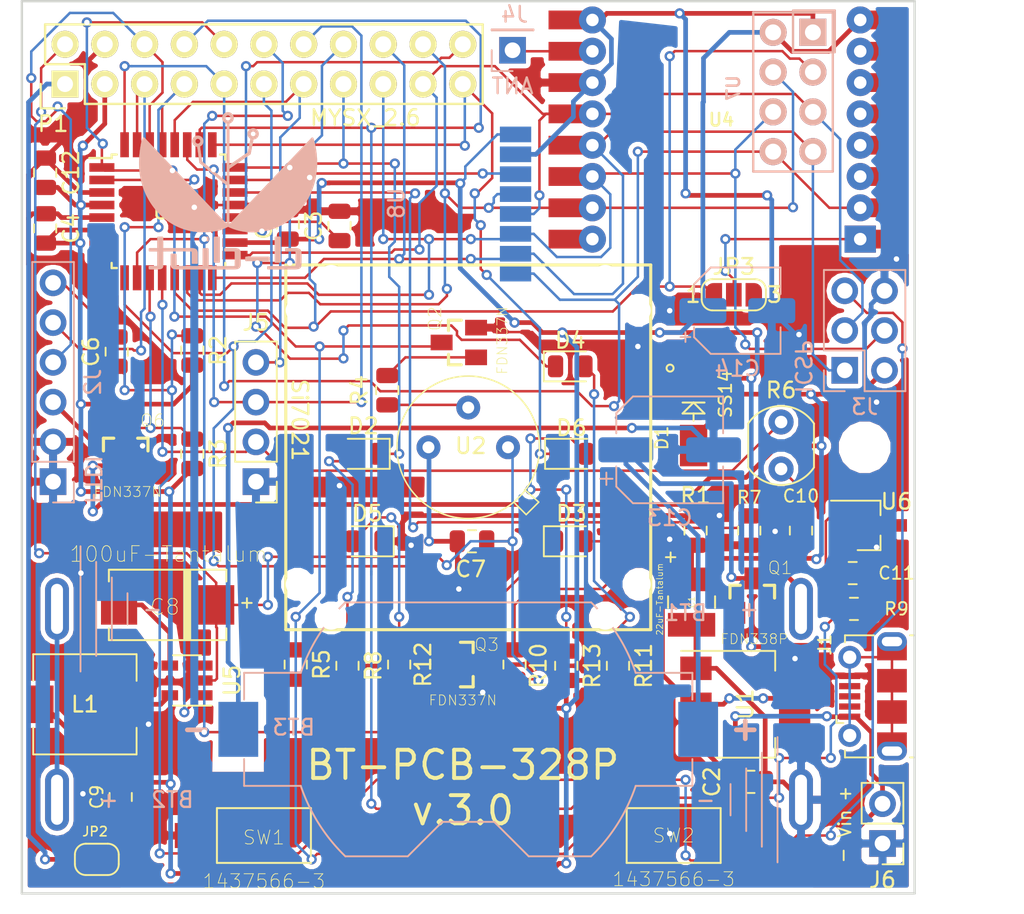
<source format=kicad_pcb>
(kicad_pcb (version 20171130) (host pcbnew 5.0.2-bee76a0~70~ubuntu18.04.1)
  (title_block (title "BT Pcb 328P") (date 2019-10-02) (rev 3.0) (company d-diot) (comment 1 "Author: Francesco Berghi") (comment 2 info@d-diot.com) (comment 3 https://www.d-diot.com))
  (layers (0 F.Cu signal) (31 B.Cu signal) (34 B.Paste user) (35 F.Paste user) (36 B.SilkS user) (37 F.SilkS user) (38 B.Mask user) (39 F.Mask user) (44 Edge.Cuts user))
  (net 0 "")
  (net 1 "Net-(JP3-Pad2)")
  (net 2 D2)
  (net 3 "Net-(U4-Pad3)")
  (net 4 "Net-(U4-Pad4)")
  (net 5 "Net-(U4-Pad5)")
  (net 6 "Net-(U4-Pad6)")
  (net 7 "Net-(U4-Pad7)")
  (net 8 VCC)
  (net 9 GND)
  (net 10 "Net-(J4-Pad1)")
  (net 11 SCK)
  (net 12 MISO)
  (net 13 MOSI)
  (net 14 NSS)
  (net 15 "Net-(U4-Pad16)")
  (net 16 A1)
  (net 17 A0)
  (net 18 A4-SDA)
  (net 19 A5-SCL)
  (net 20 D6)
  (net 21 D5)
  (net 22 D3)
  (net 23 Vraw)
  (net 24 +3.3V)
  (net 25 D1-TXD)
  (net 26 D0-RXD)
  (net 27 RESET)
  (net 28 A3)
  (net 29 A2)
  (net 30 A6)
  (net 31 "Net-(BT1-Pad1)")
  (net 32 "Net-(BT1-Pad2)")
  (net 33 "Net-(R4-Pad2)")
  (net 34 "Net-(D6-Pad2)")
  (net 35 "Net-(D5-Pad2)")
  (net 36 "Net-(D3-Pad2)")
  (net 37 D9)
  (net 38 "Net-(D2-Pad2)")
  (net 39 A7)
  (net 40 Ext-Pwr)
  (net 41 "Net-(C2-Pad1)")
  (net 42 "Net-(Q2-Pad1)")
  (net 43 "Net-(D4-Pad2)")
  (net 44 D4)
  (net 45 "Net-(U5-Pad3)")
  (net 46 "Net-(U3-Pad7)")
  (net 47 "Net-(U3-Pad8)")
  (net 48 D8)
  (net 49 "Net-(C3-Pad1)")
  (net 50 "Net-(J1-Pad6)")
  (net 51 "Net-(J1-Pad2)")
  (net 52 "Net-(J1-Pad4)")
  (net 53 "Net-(J1-Pad3)")
  (net 54 DTR)
  (net 55 "Net-(C1-Pad1)")
  (net 56 "Net-(L1-Pad2)")
  (net 57 "Net-(D3-Pad1)")
  (module mysensors_radios:NRF24L01-SMD (layer B.Cu) (at 149.86 94.234 270)
    (fp_text reference U8 (at 0 -1.1 270) (layer B.SilkS) (effects (justify mirror)))
    (fp_text value NRF24L01)
    (pad 2 smd rect (at -4.4 -8.7 270) (size 1 2) (layers B.Cu B.Paste B.Mask) (net 8 VCC))
    (pad 1 smd rect (at -3.13 -8.7 270) (size 1 2) (layers B.Cu B.Paste B.Mask) (net 9 GND))
    (pad 3 smd rect (at -1.86 -8.7 270) (size 1 2) (layers B.Cu B.Paste B.Mask) (net 37 D9))
    (pad 4 smd rect (at -0.59 -8.7 270) (size 1 2) (layers B.Cu B.Paste B.Mask) (net 14 NSS))
    (pad 5 smd rect (at 0.68 -8.7 270) (size 1 2) (layers B.Cu B.Paste B.Mask) (net 11 SCK))
    (pad 6 smd rect (at 1.95 -8.7 270) (size 1 2) (layers B.Cu B.Paste B.Mask) (net 13 MOSI))
    (pad 7 smd rect (at 3.22 -8.7 270) (size 1 2) (layers B.Cu B.Paste B.Mask) (net 12 MISO))
    (pad 8 smd rect (at 4.49 -8.7 270) (size 1 2) (layers B.Cu B.Paste B.Mask) (net 2 D2))
  )
  (module Capacitor_SMD:C_0805_2012Metric (layer F.Cu) (at 155.7805 115.824)
    (fp_text reference C7 (at -0.0785 1.778) (layer F.SilkS))
    (fp_text value 0.1uF)
    (pad 2 smd roundrect (at 0.9375 0) (size 0.975 1.4) (layers F.Cu F.Paste F.Mask) (net 24 +3.3V))
    (pad 1 smd roundrect (at -0.9375 0) (size 0.975 1.4) (layers F.Cu F.Paste F.Mask) (net 9 GND))
  )
  (module FDN337N:SSOT-3 (layer F.Cu) (at 155.194 123.698 270)
    (fp_text reference Q3 (at -1.27 -1.524) (layer F.SilkS) (effects (font (size 0.800307 0.800307) (thickness 0.05))))
    (fp_text value FDN337N (at 2.286 0) (layer F.SilkS) (effects (font (size 0.640925 0.640925) (thickness 0.05))))
    (pad 3 smd rect (at 0 -1.1 270) (size 1 1.4) (layers F.Cu F.Paste F.Mask) (net 57 "Net-(D3-Pad1)"))
    (pad 2 smd rect (at 0.95 1.1 270) (size 1 1.4) (layers F.Cu F.Paste F.Mask) (net 9 GND))
    (pad 1 smd rect (at -0.95 1.1 270) (size 1 1.4) (layers F.Cu F.Paste F.Mask) (net 21 D5))
  )
  (module as312:PIR-AS312-3PIN (layer F.Cu) (at 155.54 109.82 270)
    (fp_text reference U2 (at -0.092 -0.162 180) (layer F.SilkS))
    (fp_text value AS312)
    (pad 1 thru_hole circle (at 0 -2.54 270) (size 1.524 1.524) (drill 0.762) (layers *.Cu *.Mask) (net 24 +3.3V))
    (pad 2 thru_hole circle (at -2.54 0 270) (size 1.524 1.524) (drill 0.762) (layers *.Cu *.Mask) (net 33 "Net-(R4-Pad2)"))
    (pad 3 thru_hole circle (at 0 2.54 270) (size 1.524 1.524) (drill 0.762) (layers *.Cu *.Mask) (net 9 GND))
  )
  (module holes:MountingHole_1.5mm (layer F.Cu) (at 146.79 120.72)
    (fp_text reference REF** hide)
    (fp_text value MountingHole_1.5mm)
    (pad "" np_thru_hole circle (at 0 0) (size 1.5 1.5) (drill 1.5) (layers *.Cu *.Mask))
  )
  (module holes:MountingHole_1.5mm (layer F.Cu) (at 144.64 118.57)
    (fp_text reference REF** hide)
    (fp_text value MountingHole_1.5mm)
    (pad "" np_thru_hole circle (at 0 0) (size 1.5 1.5) (drill 1.5) (layers *.Cu *.Mask))
  )
  (module holes:MountingHole_1.5mm (layer F.Cu) (at 144.64 101.07)
    (fp_text reference REF** hide)
    (fp_text value MountingHole_1.5mm)
    (pad "" np_thru_hole circle (at 0 0) (size 1.5 1.5) (drill 1.5) (layers *.Cu *.Mask))
  )
  (module holes:MountingHole_1.5mm (layer F.Cu) (at 146.79 98.92)
    (fp_text reference REF** hide)
    (fp_text value MountingHole_1.5mm)
    (pad "" np_thru_hole circle (at 0 0) (size 1.5 1.5) (drill 1.5) (layers *.Cu *.Mask))
  )
  (module holes:MountingHole_1.5mm (layer F.Cu) (at 164.29 120.72)
    (fp_text reference REF** hide)
    (fp_text value MountingHole_1.5mm)
    (pad "" np_thru_hole circle (at 0 0) (size 1.5 1.5) (drill 1.5) (layers *.Cu *.Mask))
  )
  (module holes:MountingHole_1.5mm (layer F.Cu) (at 166.44 118.57)
    (fp_text reference REF** hide)
    (fp_text value MountingHole_1.5mm)
    (pad "" np_thru_hole circle (at 0 0) (size 1.5 1.5) (drill 1.5) (layers *.Cu *.Mask))
  )
  (module holes:MountingHole_1.5mm (layer F.Cu) (at 166.44 101.07)
    (fp_text reference REF** hide)
    (fp_text value MountingHole_1.5mm)
    (pad "" np_thru_hole circle (at 0 0) (size 1.5 1.5) (drill 1.5) (layers *.Cu *.Mask))
  )
  (module Capacitor_SMD:C_0805_2012Metric (layer F.Cu) (at 173.5605 131.191)
    (fp_text reference C2 (at -2.4615 0 90) (layer F.SilkS))
    (fp_text value 10uF)
    (pad 1 smd roundrect (at -0.9375 0) (size 0.975 1.4) (layers F.Cu F.Paste F.Mask) (net 41 "Net-(C2-Pad1)"))
    (pad 2 smd roundrect (at 0.9375 0) (size 0.975 1.4) (layers F.Cu F.Paste F.Mask) (net 9 GND))
  )
  (module mysensors_connectors:MYSX_2.6 (layer F.Cu) (at 129.794 86.614 90)
    (fp_text reference P1 (at -2.54 -0.762 180) (layer F.SilkS))
    (fp_text value MYSX_2.6 (at -2.159 19.177 180) (layer F.SilkS))
    (pad 20 thru_hole oval (at 2.54 22.86 90) (size 1.7272 1.7272) (drill 1.016) (layers *.Cu *.Mask F.SilkS) (net 14 NSS))
    (pad 19 thru_hole oval (at 0 22.86 90) (size 1.7272 1.7272) (drill 1.016) (layers *.Cu *.Mask F.SilkS) (net 11 SCK))
    (pad 18 thru_hole oval (at 2.54 20.32 90) (size 1.7272 1.7272) (drill 1.016) (layers *.Cu *.Mask F.SilkS) (net 12 MISO))
    (pad 17 thru_hole oval (at 0 20.32 90) (size 1.7272 1.7272) (drill 1.016) (layers *.Cu *.Mask F.SilkS) (net 13 MOSI))
    (pad 16 thru_hole oval (at 2.54 17.78 90) (size 1.7272 1.7272) (drill 1.016) (layers *.Cu *.Mask F.SilkS) (net 16 A1))
    (pad 15 thru_hole oval (at 0 17.78 90) (size 1.7272 1.7272) (drill 1.016) (layers *.Cu *.Mask F.SilkS) (net 17 A0))
    (pad 14 thru_hole oval (at 2.54 15.24 90) (size 1.7272 1.7272) (drill 1.016) (layers *.Cu *.Mask F.SilkS) (net 18 A4-SDA))
    (pad 13 thru_hole oval (at 0 15.24 90) (size 1.7272 1.7272) (drill 1.016) (layers *.Cu *.Mask F.SilkS) (net 19 A5-SCL))
    (pad 12 thru_hole oval (at 2.54 12.7 90) (size 1.7272 1.7272) (drill 1.016) (layers *.Cu *.Mask F.SilkS) (net 20 D6))
    (pad 11 thru_hole oval (at 0 12.7 90) (size 1.7272 1.7272) (drill 1.016) (layers *.Cu *.Mask F.SilkS) (net 21 D5))
    (pad 10 thru_hole oval (at 2.54 10.16 90) (size 1.7272 1.7272) (drill 1.016) (layers *.Cu *.Mask F.SilkS) (net 22 D3))
    (pad 9 thru_hole oval (at 0 10.16 90) (size 1.7272 1.7272) (drill 1.016) (layers *.Cu *.Mask F.SilkS) (net 2 D2))
    (pad 1 thru_hole rect (at 0 0 90) (size 1.7272 1.7272) (drill 1.016) (layers *.Cu *.Mask F.SilkS) (net 23 Vraw))
    (pad 2 thru_hole oval (at 2.54 0 90) (size 1.7272 1.7272) (drill 1.016) (layers *.Cu *.Mask F.SilkS) (net 24 +3.3V))
    (pad 3 thru_hole oval (at 0 2.54 90) (size 1.7272 1.7272) (drill 1.016) (layers *.Cu *.Mask F.SilkS) (net 8 VCC))
    (pad 4 thru_hole oval (at 2.54 2.54 90) (size 1.7272 1.7272) (drill 1.016) (layers *.Cu *.Mask F.SilkS) (net 9 GND))
    (pad 5 thru_hole oval (at 0 5.08 90) (size 1.7272 1.7272) (drill 1.016) (layers *.Cu *.Mask F.SilkS) (net 25 D1-TXD))
    (pad 6 thru_hole oval (at 2.54 5.08 90) (size 1.7272 1.7272) (drill 1.016) (layers *.Cu *.Mask F.SilkS) (net 26 D0-RXD))
    (pad 7 thru_hole oval (at 0 7.62 90) (size 1.7272 1.7272) (drill 1.016) (layers *.Cu *.Mask F.SilkS) (net 27 RESET))
    (pad 8 thru_hole oval (at 2.54 7.62 90) (size 1.7272 1.7272) (drill 1.016) (layers *.Cu *.Mask F.SilkS) (net 28 A3))
    (pad 21 thru_hole oval (at 0 25.4 90) (size 1.7272 1.7272) (drill 1.016) (layers *.Cu *.Mask F.SilkS) (net 29 A2))
    (pad 22 thru_hole oval (at 2.54 25.4 90) (size 1.7272 1.7272) (drill 1.016) (layers *.Cu *.Mask F.SilkS) (net 30 A6))
  )
  (module mysensors_radios:NRF24L01 (layer B.Cu) (at 179.07 81.788 90)
    (fp_text reference U7 (at -5.08 -6.604 270) (layer B.SilkS) (effects (font (size 0.8 0.8) (thickness 0.16)) (justify mirror)))
    (fp_text value NRF24L01 hide)
    (pad 7 thru_hole oval (at -9.144 -1.524 90) (size 1.7272 1.7272) (drill 1.016) (layers *.Cu *.Mask B.SilkS) (net 12 MISO))
    (pad 8 thru_hole oval (at -9.144 -4.064 90) (size 1.7272 1.7272) (drill 1.016) (layers *.Cu *.Mask B.SilkS) (net 2 D2))
    (pad 5 thru_hole oval (at -6.604 -1.524 90) (size 1.7272 1.7272) (drill 1.016) (layers *.Cu *.Mask B.SilkS) (net 11 SCK))
    (pad 6 thru_hole oval (at -6.604 -4.064 90) (size 1.7272 1.7272) (drill 1.016) (layers *.Cu *.Mask B.SilkS) (net 13 MOSI))
    (pad 3 thru_hole oval (at -4.064 -1.524 90) (size 1.7272 1.7272) (drill 1.016) (layers *.Cu *.Mask B.SilkS) (net 37 D9))
    (pad 4 thru_hole oval (at -4.064 -4.064 90) (size 1.7272 1.7272) (drill 1.016) (layers *.Cu *.Mask B.SilkS) (net 14 NSS))
    (pad 1 thru_hole rect (at -1.524 -1.524 90) (size 1.7272 1.7272) (drill 1.016) (layers *.Cu *.Mask B.SilkS) (net 9 GND))
    (pad 2 thru_hole oval (at -1.524 -4.064 90) (size 1.7272 1.7272) (drill 1.016) (layers *.Cu *.Mask B.SilkS) (net 8 VCC))
  )
  (module Capacitor_SMD:CP_Elec_5x5.4 (layer B.Cu) (at 172.72 101.092)
    (fp_text reference C14 (at 0 3.7) (layer B.SilkS) (effects (justify mirror)))
    (fp_text value 47uF)
    (pad 1 smd roundrect (at -2.2 0) (size 3 1.6) (layers B.Cu B.Paste B.Mask) (roundrect_rratio 0.15625) (net 8 VCC))
    (pad 2 smd roundrect (at 2.2 0) (size 3 1.6) (layers B.Cu B.Paste B.Mask) (roundrect_rratio 0.15625) (net 9 GND))
  )
  (module Capacitor_SMD:CP_Elec_6.3x5.4 (layer B.Cu) (at 168.402 109.982)
    (fp_text reference C13 (at 0 4.35) (layer B.SilkS) (effects (justify mirror)))
    (fp_text value 100uF)
    (pad 1 smd roundrect (at -2.8 0) (size 3.5 1.6) (layers B.Cu B.Paste B.Mask) (roundrect_rratio 0.15625) (net 31 "Net-(BT1-Pad1)"))
    (pad 2 smd roundrect (at 2.8 0) (size 3.5 1.6) (layers B.Cu B.Paste B.Mask) (roundrect_rratio 0.15625) (net 9 GND))
  )
  (module batteries:AAA-Keystone-5204-5226-NO-SILK (layer B.Cu) (at 176.784 120.142 180)
    (fp_text reference BT1 (at 7.366 -0.254) (layer B.SilkS) (effects (justify mirror)))
    (fp_text value "AAA Cell")
    (fp_text user + (at 3.302 0 180) (layer B.SilkS) (effects (justify mirror)))
    (fp_text user - (at 41.402 0 180) (layer B.SilkS) (effects (justify mirror)))
    (pad 1 thru_hole oval (at 0 0 180) (size 1.524 3.962) (drill oval 0.762 3.2) (layers *.Cu *.Mask) (net 31 "Net-(BT1-Pad1)"))
    (pad 2 thru_hole oval (at 47.5 0 180) (size 1.524 3.962) (drill oval 0.762 3.2) (layers *.Cu *.Mask) (net 32 "Net-(BT1-Pad2)"))
  )
  (module batteries:AAA-Keystone-5204-5226-NO-SILK (layer B.Cu) (at 129.286 132.334)
    (fp_text reference BT2 (at 7.366 0 -180) (layer B.SilkS) (effects (justify mirror)))
    (fp_text value "AAA Cell")
    (fp_text user - (at 41.402 0) (layer B.SilkS) (effects (justify mirror)))
    (fp_text user + (at 3.302 0) (layer B.SilkS) (effects (justify mirror)))
    (pad 2 thru_hole oval (at 47.5 0) (size 1.524 3.962) (drill oval 0.762 3.2) (layers *.Cu *.Mask) (net 9 GND))
    (pad 1 thru_hole oval (at 0 0) (size 1.524 3.962) (drill oval 0.762 3.2) (layers *.Cu *.Mask) (net 32 "Net-(BT1-Pad2)"))
  )
  (module Battery:BatteryHolder_Keystone_1058_1x2032 (layer B.Cu) (at 155.54 127.838 180)
    (fp_text reference BT3 (at 11.141 0.127 180) (layer B.SilkS) (effects (justify mirror)))
    (fp_text value CR2032)
    (pad 1 smd rect (at -14.68 0 180) (size 2.54 3.51) (layers B.Cu B.Paste B.Mask) (net 31 "Net-(BT1-Pad1)"))
    (pad 2 smd rect (at 14.68 0 180) (size 2.54 3.51) (layers B.Cu B.Paste B.Mask) (net 9 GND))
  )
  (module FDN337N:SSOT-3 (layer F.Cu) (at 133.67 109.898)
    (fp_text reference Q6 (at 1.712 -1.77868) (layer F.SilkS) (effects (font (size 0.800307 0.800307) (thickness 0.05))))
    (fp_text value FDN337N (at 0.127187 2.7726) (layer F.SilkS) (effects (font (size 0.640925 0.640925) (thickness 0.05))))
    (pad 3 smd rect (at 0 -1.1) (size 1 1.4) (layers F.Cu F.Paste F.Mask) (net 40 Ext-Pwr))
    (pad 2 smd rect (at 0.95 1.1) (size 1 1.4) (layers F.Cu F.Paste F.Mask) (net 9 GND))
    (pad 1 smd rect (at -0.95 1.1) (size 1 1.4) (layers F.Cu F.Paste F.Mask) (net 55 "Net-(C1-Pad1)"))
  )
  (module Resistor_SMD:R_0805_2012Metric (layer F.Cu) (at 137.922 110.236 270)
    (fp_text reference R3 (at 0 -1.65 270) (layer F.SilkS))
    (fp_text value 20K)
    (pad 1 smd roundrect (at -0.9375 0 270) (size 0.975 1.4) (layers F.Cu F.Paste F.Mask) (net 40 Ext-Pwr))
    (pad 2 smd roundrect (at 0.9375 0 270) (size 0.975 1.4) (layers F.Cu F.Paste F.Mask) (net 8 VCC))
  )
  (module Connector_PinHeader_2.54mm:PinHeader_1x02_P2.54mm_Vertical (layer F.Cu) (at 181.991 135.128 180)
    (fp_text reference J6 (at 0 -2.33 180) (layer F.SilkS))
    (fp_text value Vin)
    (pad 1 thru_hole rect (at 0 0 180) (size 1.7 1.7) (drill 1) (layers *.Cu *.Mask) (net 9 GND))
    (pad 2 thru_hole oval (at 0 2.54 180) (size 1.7 1.7) (drill 1) (layers *.Cu *.Mask) (net 41 "Net-(C2-Pad1)"))
  )
  (module Capacitor_SMD:C_0805_2012Metric (layer F.Cu) (at 128.524 92.2805 270)
    (fp_text reference C12 (at 0 -1.65 270) (layer F.SilkS))
    (fp_text value 0.1uF)
    (pad 1 smd roundrect (at -0.9375 0 270) (size 0.975 1.4) (layers F.Cu F.Paste F.Mask) (net 9 GND))
    (pad 2 smd roundrect (at 0.9375 0 270) (size 0.975 1.4) (layers F.Cu F.Paste F.Mask) (net 8 VCC))
  )
  (module diodes:SS14 (layer F.Cu) (at 169.926 107.56 90)
    (fp_text reference D1 (at -1.66 -2.032 90) (layer F.SilkS) (effects (font (size 0.8 0.8) (thickness 0.12))))
    (fp_text value SS14 (at 1.134 2.032 90) (layer F.SilkS) (effects (font (size 0.8 0.8) (thickness 0.12))))
    (pad 2 smd rect (at -2.15 0 90) (size 2.65 1.75) (layers F.Cu F.Paste F.Mask) (net 55 "Net-(C1-Pad1)"))
    (pad 1 smd rect (at 2.15 0 90) (size 2.65 1.75) (layers F.Cu F.Paste F.Mask) (net 8 VCC))
  )
  (module capacitors:TAJD107K016RNJV (layer F.Cu) (at 136.346 119.888 180)
    (fp_text reference C8 (at 0.179 -0.127 180) (layer F.SilkS) (effects (font (size 1.00054 1.00054) (thickness 0.05))))
    (fp_text value 100uF-Tantalum (at -0.052 3.24487 180) (layer F.SilkS) (effects (font (size 1.00089 1.00089) (thickness 0.05))))
    (pad 1 smd rect (at -3.1 0) (size 2.31 2.52) (layers F.Cu F.Paste F.Mask) (net 24 +3.3V))
    (pad 2 smd rect (at 3.1 0 180) (size 2.31 2.52) (layers F.Cu F.Paste F.Mask) (net 9 GND))
  )
  (module MountingHole:MountingHole_2.7mm_M2.5 (layer F.Cu) (at 180.848 109.82)
    (fp_text reference REF** hide)
    (fp_text value MountingHole_2.7mm_M2.5)
    (pad 1 np_thru_hole circle (at 0 0) (size 2.7 2.7) (drill 2.7) (layers *.Cu *.Mask))
  )
  (module 1437566-3:SW_1437566-3 (layer F.Cu) (at 142.494 134.62)
    (fp_text reference SW1 (at 0 0.127) (layer F.SilkS) (effects (font (size 0.888425 0.888425) (thickness 0.05))))
    (fp_text value 1437566-3 (at 0 2.921) (layer F.SilkS) (effects (font (size 0.887591 0.887591) (thickness 0.05))))
    (pad 2 smd rect (at 4.6 0 90) (size 1.6 2.18) (layers F.Cu F.Paste F.Mask) (net 27 RESET))
    (pad 1 smd rect (at -4.6 0 90) (size 1.6 2.18) (layers F.Cu F.Paste F.Mask) (net 9 GND))
  )
  (module 1437566-3:SW_1437566-3 (layer F.Cu) (at 168.656 134.62 180)
    (fp_text reference SW2 (at 0 0 180) (layer F.SilkS) (effects (font (size 0.888425 0.888425) (thickness 0.05))))
    (fp_text value 1437566-3 (at 0 -2.794 180) (layer F.SilkS) (effects (font (size 0.887591 0.887591) (thickness 0.05))))
    (pad 1 smd rect (at -4.6 0 270) (size 1.6 2.18) (layers F.Cu F.Paste F.Mask) (net 9 GND))
    (pad 2 smd rect (at 4.6 0 270) (size 1.6 2.18) (layers F.Cu F.Paste F.Mask) (net 22 D3))
  )
  (module CAPPC3528X210N:CAPPC3528X210N (layer F.Cu) (at 169.799 119.708 270)
    (fp_text reference C1 (at 0 0 270) (layer F.SilkS) (effects (font (size 0.393701 0.393701) (thickness 0.05))))
    (fp_text value 22uF-Tantalum (at -0.18 2.032 270) (layer F.SilkS) (effects (font (size 0.393701 0.393701) (thickness 0.05))))
    (pad 1 smd rect (at -1.45 0 270) (size 1.51 3.02) (layers F.Cu F.Paste F.Mask) (net 55 "Net-(C1-Pad1)"))
    (pad 2 smd rect (at 1.45 0 270) (size 1.51 3.02) (layers F.Cu F.Paste F.Mask) (net 9 GND))
  )
  (module Capacitor_SMD:C_0805_2012Metric (layer F.Cu) (at 180.086 117.856 180)
    (fp_text reference C11 (at -2.794 0 180) (layer F.SilkS) (effects (font (size 0.8 0.8) (thickness 0.12))))
    (fp_text value 0.1uF)
    (pad 2 smd roundrect (at 0.9375 0 180) (size 0.975 1.4) (layers F.Cu F.Paste F.Mask) (net 8 VCC))
    (pad 1 smd roundrect (at -0.9375 0 180) (size 0.975 1.4) (layers F.Cu F.Paste F.Mask) (net 9 GND))
  )
  (module Capacitor_SMD:C_0805_2012Metric (layer F.Cu) (at 133.35 132.1585 90)
    (fp_text reference C9 (at 0 -1.524 90) (layer F.SilkS) (effects (font (size 0.8 0.8) (thickness 0.12))))
    (fp_text value 10uF)
    (pad 1 smd roundrect (at -0.9375 0 90) (size 0.975 1.4) (layers F.Cu F.Paste F.Mask) (net 9 GND))
    (pad 2 smd roundrect (at 0.9375 0 90) (size 0.975 1.4) (layers F.Cu F.Paste F.Mask) (net 8 VCC))
  )
  (module Capacitor_SMD:C_0805_2012Metric (layer F.Cu) (at 133.096 103.7105 90)
    (fp_text reference C6 (at 0 -1.65 90) (layer F.SilkS))
    (fp_text value 0.1uF)
    (pad 1 smd roundrect (at -0.9375 0 90) (size 0.975 1.4) (layers F.Cu F.Paste F.Mask) (net 27 RESET))
    (pad 2 smd roundrect (at 0.9375 0 90) (size 0.975 1.4) (layers F.Cu F.Paste F.Mask) (net 54 DTR))
  )
  (module Capacitor_SMD:C_0805_2012Metric (layer F.Cu) (at 144.018 95.5825 270)
    (fp_text reference C5 (at 0 1.524 270) (layer F.SilkS))
    (fp_text value 0.1uF)
    (pad 2 smd roundrect (at 0.9375 0 270) (size 0.975 1.4) (layers F.Cu F.Paste F.Mask) (net 8 VCC))
    (pad 1 smd roundrect (at -0.9375 0 270) (size 0.975 1.4) (layers F.Cu F.Paste F.Mask) (net 9 GND))
  )
  (module Capacitor_SMD:C_0805_2012Metric (layer F.Cu) (at 128.524 95.8365 270)
    (fp_text reference C4 (at 0 -1.65 270) (layer F.SilkS))
    (fp_text value 0.1uF)
    (pad 1 smd roundrect (at -0.9375 0 270) (size 0.975 1.4) (layers F.Cu F.Paste F.Mask) (net 9 GND))
    (pad 2 smd roundrect (at 0.9375 0 270) (size 0.975 1.4) (layers F.Cu F.Paste F.Mask) (net 8 VCC))
  )
  (module Capacitor_SMD:C_0805_2012Metric (layer F.Cu) (at 147.32 95.6795 90)
    (fp_text reference C3 (at 0 -1.65 90) (layer F.SilkS))
    (fp_text value 0.1uF)
    (pad 2 smd roundrect (at 0.9375 0 90) (size 0.975 1.4) (layers F.Cu F.Paste F.Mask) (net 9 GND))
    (pad 1 smd roundrect (at -0.9375 0 90) (size 0.975 1.4) (layers F.Cu F.Paste F.Mask) (net 49 "Net-(C3-Pad1)"))
  )
  (module Capacitor_SMD:C_0805_2012Metric (layer F.Cu) (at 176.784 115.1405 90)
    (fp_text reference C10 (at 2.2075 0 180) (layer F.SilkS) (effects (font (size 0.8 0.8) (thickness 0.12))))
    (fp_text value 0.1uF)
    (pad 1 smd roundrect (at -0.9375 0 90) (size 0.975 1.4) (layers F.Cu F.Paste F.Mask) (net 9 GND))
    (pad 2 smd roundrect (at 0.9375 0 90) (size 0.975 1.4) (layers F.Cu F.Paste F.Mask) (net 39 A7))
  )
  (module Connector_PinHeader_2.54mm:PinHeader_1x01_P2.54mm_Vertical (layer B.Cu) (at 158.369 84.455)
    (fp_text reference J4 (at 0.127 -2.286) (layer B.SilkS) (effects (justify mirror)))
    (fp_text value ANT)
    (pad 1 thru_hole rect (at 0 0) (size 1.7 1.7) (drill 1) (layers *.Cu *.Mask) (net 10 "Net-(J4-Pad1)"))
  )
  (module Connector_PinHeader_2.54mm:PinHeader_1x04_P2.54mm_Vertical (layer F.Cu) (at 141.986 112.014 180)
    (fp_text reference J5 (at 0 10.16 180) (layer F.SilkS))
    (fp_text value Si7021)
    (pad 1 thru_hole rect (at 0 0 180) (size 1.7 1.7) (drill 1) (layers *.Cu *.Mask) (net 9 GND))
    (pad 2 thru_hole oval (at 0 2.54 180) (size 1.7 1.7) (drill 1) (layers *.Cu *.Mask) (net 48 D8))
    (pad 3 thru_hole oval (at 0 5.08 180) (size 1.7 1.7) (drill 1) (layers *.Cu *.Mask) (net 18 A4-SDA))
    (pad 4 thru_hole oval (at 0 7.62 180) (size 1.7 1.7) (drill 1) (layers *.Cu *.Mask) (net 19 A5-SCL))
  )
  (module Connector_PinHeader_2.54mm:PinHeader_2x03_P2.54mm_Vertical (layer B.Cu) (at 179.578 104.902)
    (fp_text reference J3 (at 1.27 2.33) (layer B.SilkS) (effects (justify mirror)))
    (fp_text value ICSP)
    (pad 1 thru_hole rect (at 0 0) (size 1.7 1.7) (drill 1) (layers *.Cu *.Mask) (net 12 MISO))
    (pad 2 thru_hole oval (at 2.54 0) (size 1.7 1.7) (drill 1) (layers *.Cu *.Mask) (net 55 "Net-(C1-Pad1)"))
    (pad 3 thru_hole oval (at 0 -2.54) (size 1.7 1.7) (drill 1) (layers *.Cu *.Mask) (net 11 SCK))
    (pad 4 thru_hole oval (at 2.54 -2.54) (size 1.7 1.7) (drill 1) (layers *.Cu *.Mask) (net 13 MOSI))
    (pad 5 thru_hole oval (at 0 -5.08) (size 1.7 1.7) (drill 1) (layers *.Cu *.Mask) (net 27 RESET))
    (pad 6 thru_hole oval (at 2.54 -5.08) (size 1.7 1.7) (drill 1) (layers *.Cu *.Mask) (net 9 GND))
  )
  (module Connector_PinSocket_2.54mm:PinSocket_1x06_P2.54mm_Vertical (layer B.Cu) (at 129.032 112.014)
    (fp_text reference J2 (at 2.54 -6.35 -90) (layer B.SilkS) (effects (justify mirror)))
    (fp_text value FTDI)
    (pad 1 thru_hole rect (at 0 0) (size 1.7 1.7) (drill 1) (layers *.Cu *.Mask) (net 9 GND))
    (pad 2 thru_hole oval (at 0 -2.54) (size 1.7 1.7) (drill 1) (layers *.Cu *.Mask) (net 9 GND))
    (pad 3 thru_hole oval (at 0 -5.08) (size 1.7 1.7) (drill 1) (layers *.Cu *.Mask) (net 55 "Net-(C1-Pad1)"))
    (pad 4 thru_hole oval (at 0 -7.62) (size 1.7 1.7) (drill 1) (layers *.Cu *.Mask) (net 26 D0-RXD))
    (pad 5 thru_hole oval (at 0 -10.16) (size 1.7 1.7) (drill 1) (layers *.Cu *.Mask) (net 25 D1-TXD))
    (pad 6 thru_hole oval (at 0 -12.7) (size 1.7 1.7) (drill 1) (layers *.Cu *.Mask) (net 54 DTR))
  )
  (module Connector_USB:USB_Micro-B_Molex-105017-0001 (layer F.Cu) (at 181.356 125.73 90)
    (fp_text reference J1 (at 3.302 -3.048 90) (layer F.SilkS) (effects (font (size 0.8 0.8) (thickness 0.12))))
    (fp_text value USB_B_Micro)
    (pad 6 smd rect (at 1 1.2375 90) (size 1.5 1.9) (layers F.Cu F.Paste F.Mask) (net 50 "Net-(J1-Pad6)"))
    (pad 6 thru_hole circle (at -2.5 -1.4625 90) (size 1.45 1.45) (drill 0.85) (layers *.Cu *.Mask) (net 50 "Net-(J1-Pad6)"))
    (pad 2 smd rect (at -0.65 -1.4625 90) (size 0.4 1.35) (layers F.Cu F.Paste F.Mask) (net 51 "Net-(J1-Pad2)"))
    (pad 1 smd rect (at -1.3 -1.4625 90) (size 0.4 1.35) (layers F.Cu F.Paste F.Mask) (net 41 "Net-(C2-Pad1)"))
    (pad 5 smd rect (at 1.3 -1.4625 90) (size 0.4 1.35) (layers F.Cu F.Paste F.Mask) (net 9 GND))
    (pad 4 smd rect (at 0.65 -1.4625 90) (size 0.4 1.35) (layers F.Cu F.Paste F.Mask) (net 52 "Net-(J1-Pad4)"))
    (pad 3 smd rect (at 0 -1.4625 90) (size 0.4 1.35) (layers F.Cu F.Paste F.Mask) (net 53 "Net-(J1-Pad3)"))
    (pad 6 thru_hole circle (at 2.5 -1.4625 90) (size 1.45 1.45) (drill 0.85) (layers *.Cu *.Mask) (net 50 "Net-(J1-Pad6)"))
    (pad 6 smd rect (at -1 1.2375 90) (size 1.5 1.9) (layers F.Cu F.Paste F.Mask) (net 50 "Net-(J1-Pad6)"))
    (pad 6 thru_hole oval (at -3.5 1.2375 270) (size 1.2 1.9) (drill oval 0.6 1.3) (layers *.Cu *.Mask) (net 50 "Net-(J1-Pad6)"))
    (pad 6 thru_hole oval (at 3.5 1.2375 90) (size 1.2 1.9) (drill oval 0.6 1.3) (layers *.Cu *.Mask) (net 50 "Net-(J1-Pad6)"))
    (pad 6 smd rect (at 2.9 1.2375 90) (size 1.2 1.9) (layers F.Cu F.Mask) (net 50 "Net-(J1-Pad6)"))
    (pad 6 smd rect (at -2.9 1.2375 90) (size 1.2 1.9) (layers F.Cu F.Mask) (net 50 "Net-(J1-Pad6)"))
  )
  (module FDN337N:SSOT-3 (layer F.Cu) (at 154.94 103.124 90)
    (fp_text reference Q2 (at 1.524 -1.524 90) (layer F.SilkS) (effects (font (size 0.800307 0.800307) (thickness 0.05))))
    (fp_text value FDN337N (at 0.127187 2.7726 90) (layer F.SilkS) (effects (font (size 0.640925 0.640925) (thickness 0.05))))
    (pad 3 smd rect (at 0 -1.1 90) (size 1 1.4) (layers F.Cu F.Paste F.Mask) (net 22 D3))
    (pad 2 smd rect (at 0.95 1.1 90) (size 1 1.4) (layers F.Cu F.Paste F.Mask) (net 9 GND))
    (pad 1 smd rect (at -0.95 1.1 90) (size 1 1.4) (layers F.Cu F.Paste F.Mask) (net 42 "Net-(Q2-Pad1)"))
  )
  (module FDN338P:SSOT-3 (layer F.Cu) (at 173.675 119.296)
    (fp_text reference Q1 (at 1.778 -1.778) (layer F.SilkS) (effects (font (size 0.800024 0.800024) (thickness 0.05))))
    (fp_text value FDN338P (at 0.127237 2.77371) (layer F.SilkS) (effects (font (size 0.64118 0.64118) (thickness 0.05))))
    (pad 3 smd rect (at 0 -1.1) (size 1 1.4) (layers F.Cu F.Paste F.Mask) (net 31 "Net-(BT1-Pad1)"))
    (pad 2 smd rect (at 0.95 1.1) (size 1 1.4) (layers F.Cu F.Paste F.Mask) (net 8 VCC))
    (pad 1 smd rect (at -0.95 1.1) (size 1 1.4) (layers F.Cu F.Paste F.Mask) (net 55 "Net-(C1-Pad1)"))
  )
  (module Inductor_SMD:L_6.3x6.3_H3 (layer F.Cu) (at 131.064 126.238)
    (fp_text reference L1 (at 0 0) (layer F.SilkS))
    (fp_text value 22uH)
    (pad 1 smd rect (at -2.75 0) (size 1.5 2.4) (layers F.Cu F.Paste F.Mask) (net 8 VCC))
    (pad 2 smd rect (at 2.75 0) (size 1.5 2.4) (layers F.Cu F.Paste F.Mask) (net 56 "Net-(L1-Pad2)"))
  )
  (module Jumper:SolderJumper-2_P1.3mm_Open_RoundedPad1.0x1.5mm (layer F.Cu) (at 131.826 136.144)
    (fp_text reference JP2 (at -0.112 -1.778 180) (layer F.SilkS) (effects (font (size 0.6 0.6) (thickness 0.1))))
    (fp_text value Vraw)
    (pad 1 smd custom (at -0.65 0) (size 1 0.5) (layers F.Cu F.Mask) (net 23 Vraw) (options (clearance outline) (anchor rect)) (primitives (gr_circle (center 0 0.25) (end 0.5 0.25) (width 0)) (gr_circle (center 0 -0.25) (end 0.5 -0.25) (width 0)) (gr_poly (pts (xy 0 -0.75) (xy 0.5 -0.75) (xy 0.5 0.75) (xy 0 0.75)) (width 0))))
    (pad 2 smd custom (at 0.65 0) (size 1 0.5) (layers F.Cu F.Mask) (net 41 "Net-(C2-Pad1)") (options (clearance outline) (anchor rect)) (primitives (gr_circle (center 0 0.25) (end 0.5 0.25) (width 0)) (gr_circle (center 0 -0.25) (end 0.5 -0.25) (width 0)) (gr_poly (pts (xy 0 -0.75) (xy -0.5 -0.75) (xy -0.5 0.75) (xy 0 0.75)) (width 0))))
  )
  (module Jumper:SolderJumper-3_P1.3mm_Open_RoundedPad1.0x1.5mm_NumberLabels (layer F.Cu) (at 172.496 100.076)
    (fp_text reference JP3 (at 0 -1.8) (layer F.SilkS))
    (fp_text value Radio-rst)
    (fp_text user 3 (at 2.6 0) (layer F.SilkS))
    (fp_text user 1 (at -2.6 0) (layer F.SilkS))
    (pad 1 smd custom (at -1.3 0) (size 1 0.5) (layers F.Cu F.Mask) (net 37 D9) (options (clearance outline) (anchor rect)) (primitives (gr_circle (center 0 0.25) (end 0.5 0.25) (width 0)) (gr_circle (center 0 -0.25) (end 0.5 -0.25) (width 0)) (gr_poly (pts (xy 0.55 -0.75) (xy 0 -0.75) (xy 0 0.75) (xy 0.55 0.75)) (width 0))))
    (pad 3 smd custom (at 1.3 0) (size 1 0.5) (layers F.Cu F.Mask) (net 9 GND) (options (clearance outline) (anchor rect)) (primitives (gr_circle (center 0 0.25) (end 0.5 0.25) (width 0)) (gr_circle (center 0 -0.25) (end 0.5 -0.25) (width 0)) (gr_poly (pts (xy -0.55 -0.75) (xy 0 -0.75) (xy 0 0.75) (xy -0.55 0.75)) (width 0))))
    (pad 2 smd rect (at 0 0) (size 1 1.5) (layers F.Cu F.Mask) (net 1 "Net-(JP3-Pad2)"))
  )
  (module LED_SMD:LED_0805_2012Metric (layer F.Cu) (at 162.052 115.824)
    (fp_text reference D3 (at 0.0785 -1.778) (layer F.SilkS))
    (fp_text value B-LED)
    (pad 1 smd roundrect (at -0.9375 0) (size 0.975 1.4) (layers F.Cu F.Paste F.Mask) (net 57 "Net-(D3-Pad1)"))
    (pad 2 smd roundrect (at 0.9375 0) (size 0.975 1.4) (layers F.Cu F.Paste F.Mask) (net 36 "Net-(D3-Pad2)"))
  )
  (module LED_SMD:LED_0805_2012Metric (layer F.Cu) (at 162.052 104.648)
    (fp_text reference D4 (at 0 -1.65) (layer F.SilkS))
    (fp_text value Y-LED)
    (pad 2 smd roundrect (at 0.9375 0) (size 0.975 1.4) (layers F.Cu F.Paste F.Mask) (net 43 "Net-(D4-Pad2)"))
    (pad 1 smd roundrect (at -0.9375 0) (size 0.975 1.4) (layers F.Cu F.Paste F.Mask) (net 16 A1))
  )
  (module LED_SMD:LED_0805_2012Metric (layer F.Cu) (at 148.844 110.236 180)
    (fp_text reference D2 (at 0 1.778 180) (layer F.SilkS))
    (fp_text value R-LED)
    (pad 1 smd roundrect (at -0.9375 0 180) (size 0.975 1.4) (layers F.Cu F.Paste F.Mask) (net 17 A0))
    (pad 2 smd roundrect (at 0.9375 0 180) (size 0.975 1.4) (layers F.Cu F.Paste F.Mask) (net 38 "Net-(D2-Pad2)"))
  )
  (module LED_SMD:LED_0805_2012Metric (layer F.Cu) (at 149.098 115.824 180)
    (fp_text reference D5 (at 0 1.778 180) (layer F.SilkS))
    (fp_text value Y-LED)
    (pad 2 smd roundrect (at 0.9375 0 180) (size 0.975 1.4) (layers F.Cu F.Paste F.Mask) (net 35 "Net-(D5-Pad2)"))
    (pad 1 smd roundrect (at -0.9375 0 180) (size 0.975 1.4) (layers F.Cu F.Paste F.Mask) (net 9 GND))
  )
  (module LED_SMD:LED_0805_2012Metric (layer F.Cu) (at 162.1305 110.236)
    (fp_text reference D6 (at 0 -1.65) (layer F.SilkS))
    (fp_text value G-LED)
    (pad 1 smd roundrect (at -0.9375 0) (size 0.975 1.4) (layers F.Cu F.Paste F.Mask) (net 29 A2))
    (pad 2 smd roundrect (at 0.9375 0) (size 0.975 1.4) (layers F.Cu F.Paste F.Mask) (net 34 "Net-(D6-Pad2)"))
  )
  (module OptoDevice:R_LDR_5.0x4.1mm_P3mm_Vertical (layer F.Cu) (at 175.514 108.204 270)
    (fp_text reference R6 (at -2.032 0) (layer F.SilkS))
    (fp_text value R_PHOTO)
    (pad 1 thru_hole circle (at 0 0 270) (size 1.6 1.6) (drill 0.8) (layers *.Cu *.Mask) (net 48 D8))
    (pad 2 thru_hole circle (at 3 0 270) (size 1.6 1.6) (drill 0.8) (layers *.Cu *.Mask) (net 39 A7))
  )
  (module Package_QFP:TQFP-32_7x7mm_P0.8mm (layer F.Cu) (at 136.398 94.742)
    (fp_text reference U3 (at 0 0) (layer F.SilkS))
    (fp_text value ATmega328P-AU)
    (pad 1 smd rect (at -4.25 -2.8) (size 1.6 0.55) (layers F.Cu F.Paste F.Mask) (net 22 D3))
    (pad 2 smd rect (at -4.25 -2) (size 1.6 0.55) (layers F.Cu F.Paste F.Mask) (net 44 D4))
    (pad 3 smd rect (at -4.25 -1.2) (size 1.6 0.55) (layers F.Cu F.Paste F.Mask) (net 9 GND))
    (pad 4 smd rect (at -4.25 -0.4) (size 1.6 0.55) (layers F.Cu F.Paste F.Mask) (net 8 VCC))
    (pad 5 smd rect (at -4.25 0.4) (size 1.6 0.55) (layers F.Cu F.Paste F.Mask) (net 9 GND))
    (pad 6 smd rect (at -4.25 1.2) (size 1.6 0.55) (layers F.Cu F.Paste F.Mask) (net 8 VCC))
    (pad 7 smd rect (at -4.25 2) (size 1.6 0.55) (layers F.Cu F.Paste F.Mask) (net 46 "Net-(U3-Pad7)"))
    (pad 8 smd rect (at -4.25 2.8) (size 1.6 0.55) (layers F.Cu F.Paste F.Mask) (net 47 "Net-(U3-Pad8)"))
    (pad 9 smd rect (at -2.8 4.25 90) (size 1.6 0.55) (layers F.Cu F.Paste F.Mask) (net 21 D5))
    (pad 10 smd rect (at -2 4.25 90) (size 1.6 0.55) (layers F.Cu F.Paste F.Mask) (net 20 D6))
    (pad 11 smd rect (at -1.2 4.25 90) (size 1.6 0.55) (layers F.Cu F.Paste F.Mask) (net 40 Ext-Pwr))
    (pad 12 smd rect (at -0.4 4.25 90) (size 1.6 0.55) (layers F.Cu F.Paste F.Mask) (net 48 D8))
    (pad 13 smd rect (at 0.4 4.25 90) (size 1.6 0.55) (layers F.Cu F.Paste F.Mask) (net 37 D9))
    (pad 14 smd rect (at 1.2 4.25 90) (size 1.6 0.55) (layers F.Cu F.Paste F.Mask) (net 14 NSS))
    (pad 15 smd rect (at 2 4.25 90) (size 1.6 0.55) (layers F.Cu F.Paste F.Mask) (net 13 MOSI))
    (pad 16 smd rect (at 2.8 4.25 90) (size 1.6 0.55) (layers F.Cu F.Paste F.Mask) (net 12 MISO))
    (pad 17 smd rect (at 4.25 2.8) (size 1.6 0.55) (layers F.Cu F.Paste F.Mask) (net 11 SCK))
    (pad 18 smd rect (at 4.25 2) (size 1.6 0.55) (layers F.Cu F.Paste F.Mask) (net 8 VCC))
    (pad 19 smd rect (at 4.25 1.2) (size 1.6 0.55) (layers F.Cu F.Paste F.Mask) (net 30 A6))
    (pad 20 smd rect (at 4.25 0.4) (size 1.6 0.55) (layers F.Cu F.Paste F.Mask) (net 49 "Net-(C3-Pad1)"))
    (pad 21 smd rect (at 4.25 -0.4) (size 1.6 0.55) (layers F.Cu F.Paste F.Mask) (net 9 GND))
    (pad 22 smd rect (at 4.25 -1.2) (size 1.6 0.55) (layers F.Cu F.Paste F.Mask) (net 39 A7))
    (pad 23 smd rect (at 4.25 -2) (size 1.6 0.55) (layers F.Cu F.Paste F.Mask) (net 17 A0))
    (pad 24 smd rect (at 4.25 -2.8) (size 1.6 0.55) (layers F.Cu F.Paste F.Mask) (net 16 A1))
    (pad 25 smd rect (at 2.8 -4.25 90) (size 1.6 0.55) (layers F.Cu F.Paste F.Mask) (net 29 A2))
    (pad 26 smd rect (at 2 -4.25 90) (size 1.6 0.55) (layers F.Cu F.Paste F.Mask) (net 28 A3))
    (pad 27 smd rect (at 1.2 -4.25 90) (size 1.6 0.55) (layers F.Cu F.Paste F.Mask) (net 18 A4-SDA))
    (pad 28 smd rect (at 0.4 -4.25 90) (size 1.6 0.55) (layers F.Cu F.Paste F.Mask) (net 19 A5-SCL))
    (pad 29 smd rect (at -0.4 -4.25 90) (size 1.6 0.55) (layers F.Cu F.Paste F.Mask) (net 27 RESET))
    (pad 30 smd rect (at -1.2 -4.25 90) (size 1.6 0.55) (layers F.Cu F.Paste F.Mask) (net 26 D0-RXD))
    (pad 31 smd rect (at -2 -4.25 90) (size 1.6 0.55) (layers F.Cu F.Paste F.Mask) (net 25 D1-TXD))
    (pad 32 smd rect (at -2.8 -4.25 90) (size 1.6 0.55) (layers F.Cu F.Paste F.Mask) (net 2 D2))
  )
  (module Package_TO_SOT_SMD:SOT-223-3_TabPin2 (layer F.Cu) (at 173.228 126.238)
    (fp_text reference U1 (at 0 0 90) (layer F.SilkS))
    (fp_text value AMS1117-3.3)
    (pad 2 smd rect (at 3.15 0) (size 2 3.8) (layers F.Cu F.Paste F.Mask) (net 55 "Net-(C1-Pad1)"))
    (pad 2 smd rect (at -3.15 0) (size 2 1.5) (layers F.Cu F.Paste F.Mask) (net 55 "Net-(C1-Pad1)"))
    (pad 3 smd rect (at -3.15 2.3) (size 2 1.5) (layers F.Cu F.Paste F.Mask) (net 41 "Net-(C2-Pad1)"))
    (pad 1 smd rect (at -3.15 -2.3) (size 2 1.5) (layers F.Cu F.Paste F.Mask) (net 9 GND))
  )
  (module Package_TO_SOT_SMD:SOT-23-5 (layer F.Cu) (at 137.584 124.714 180)
    (fp_text reference U5 (at -2.878 0 270) (layer F.SilkS))
    (fp_text value ME2188C33)
    (pad 1 smd rect (at -1.1 -0.95 180) (size 1.06 0.65) (layers F.Cu F.Paste F.Mask) (net 44 D4))
    (pad 2 smd rect (at -1.1 0 180) (size 1.06 0.65) (layers F.Cu F.Paste F.Mask) (net 24 +3.3V))
    (pad 3 smd rect (at -1.1 0.95 180) (size 1.06 0.65) (layers F.Cu F.Paste F.Mask) (net 45 "Net-(U5-Pad3)"))
    (pad 4 smd rect (at 1.1 0.95 180) (size 1.06 0.65) (layers F.Cu F.Paste F.Mask) (net 9 GND))
    (pad 5 smd rect (at 1.1 -0.95 180) (size 1.06 0.65) (layers F.Cu F.Paste F.Mask) (net 56 "Net-(L1-Pad2)"))
  )
  (module Package_TO_SOT_SMD:SOT-23_Handsoldering (layer F.Cu) (at 181.102 114.808)
    (fp_text reference U6 (at 1.778 -1.524 180) (layer F.SilkS))
    (fp_text value ATSHA204A)
    (pad 1 smd rect (at -1.5 -0.95) (size 1.9 0.8) (layers F.Cu F.Paste F.Mask) (net 28 A3))
    (pad 2 smd rect (at -1.5 0.95) (size 1.9 0.8) (layers F.Cu F.Paste F.Mask) (net 8 VCC))
    (pad 3 smd rect (at 1.5 0) (size 1.9 0.8) (layers F.Cu F.Paste F.Mask) (net 9 GND))
  )
  (module Resistor_SMD:R_0805_2012Metric (layer F.Cu) (at 165.1 123.7765 270)
    (fp_text reference R11 (at 0 -1.65 270) (layer F.SilkS))
    (fp_text value 330)
    (pad 1 smd roundrect (at -0.9375 0 270) (size 0.975 1.4) (layers F.Cu F.Paste F.Mask) (net 43 "Net-(D4-Pad2)"))
    (pad 2 smd roundrect (at 0.9375 0 270) (size 0.975 1.4) (layers F.Cu F.Paste F.Mask) (net 8 VCC))
  )
  (module Resistor_SMD:R_0805_2012Metric (layer F.Cu) (at 150.368 106.172 270)
    (fp_text reference R4 (at 0 1.778 270) (layer F.SilkS))
    (fp_text value 10K)
    (pad 2 smd roundrect (at 0.9375 0 270) (size 0.975 1.4) (layers F.Cu F.Paste F.Mask) (net 33 "Net-(R4-Pad2)"))
    (pad 1 smd roundrect (at -0.9375 0 270) (size 0.975 1.4) (layers F.Cu F.Paste F.Mask) (net 42 "Net-(Q2-Pad1)"))
  )
  (module Resistor_SMD:R_0805_2012Metric (layer F.Cu) (at 137.922 103.632 270)
    (fp_text reference R2 (at 0 -1.65 270) (layer F.SilkS))
    (fp_text value 10K)
    (pad 2 smd roundrect (at 0.9375 0 270) (size 0.975 1.4) (layers F.Cu F.Paste F.Mask) (net 8 VCC))
    (pad 1 smd roundrect (at -0.9375 0 270) (size 0.975 1.4) (layers F.Cu F.Paste F.Mask) (net 27 RESET))
  )
  (module Resistor_SMD:R_0805_2012Metric (layer F.Cu) (at 170.053 115.1405 270)
    (fp_text reference R1 (at -2.2375 0) (layer F.SilkS))
    (fp_text value 10K)
    (pad 1 smd roundrect (at -0.9375 0 270) (size 0.975 1.4) (layers F.Cu F.Paste F.Mask) (net 9 GND))
    (pad 2 smd roundrect (at 0.9375 0 270) (size 0.975 1.4) (layers F.Cu F.Paste F.Mask) (net 55 "Net-(C1-Pad1)"))
  )
  (module Resistor_SMD:R_0805_2012Metric (layer F.Cu) (at 144.526 123.698 270)
    (fp_text reference R5 (at 0 -1.65 270) (layer F.SilkS))
    (fp_text value 20K)
    (pad 2 smd roundrect (at 0.9375 0 270) (size 0.975 1.4) (layers F.Cu F.Paste F.Mask) (net 8 VCC))
    (pad 1 smd roundrect (at -0.9375 0 270) (size 0.975 1.4) (layers F.Cu F.Paste F.Mask) (net 22 D3))
  )
  (module Resistor_SMD:R_0805_2012Metric (layer F.Cu) (at 173.482 115.1405 270)
    (fp_text reference R7 (at -2.1105 0) (layer F.SilkS) (effects (font (size 0.8 0.8) (thickness 0.12))))
    (fp_text value 56K)
    (pad 1 smd roundrect (at -0.9375 0 270) (size 0.975 1.4) (layers F.Cu F.Paste F.Mask) (net 39 A7))
    (pad 2 smd roundrect (at 0.9375 0 270) (size 0.975 1.4) (layers F.Cu F.Paste F.Mask) (net 9 GND))
  )
  (module Resistor_SMD:R_0805_2012Metric (layer F.Cu) (at 147.828 123.7765 270)
    (fp_text reference R8 (at 0 -1.65 270) (layer F.SilkS))
    (fp_text value 330)
    (pad 2 smd roundrect (at 0.9375 0 270) (size 0.975 1.4) (layers F.Cu F.Paste F.Mask) (net 8 VCC))
    (pad 1 smd roundrect (at -0.9375 0 270) (size 0.975 1.4) (layers F.Cu F.Paste F.Mask) (net 38 "Net-(D2-Pad2)"))
  )
  (module Resistor_SMD:R_0805_2012Metric (layer F.Cu) (at 158.496 123.698 270)
    (fp_text reference R10 (at 0.0785 -1.524 270) (layer F.SilkS))
    (fp_text value 120)
    (pad 1 smd roundrect (at -0.9375 0 270) (size 0.975 1.4) (layers F.Cu F.Paste F.Mask) (net 36 "Net-(D3-Pad2)"))
    (pad 2 smd roundrect (at 0.9375 0 270) (size 0.975 1.4) (layers F.Cu F.Paste F.Mask) (net 24 +3.3V))
  )
  (module Resistor_SMD:R_0805_2012Metric (layer F.Cu) (at 151.13 123.698 270)
    (fp_text reference R12 (at 0 -1.524 270) (layer F.SilkS))
    (fp_text value 330)
    (pad 2 smd roundrect (at 0.9375 0 270) (size 0.975 1.4) (layers F.Cu F.Paste F.Mask) (net 20 D6))
    (pad 1 smd roundrect (at -0.9375 0 270) (size 0.975 1.4) (layers F.Cu F.Paste F.Mask) (net 35 "Net-(D5-Pad2)"))
  )
  (module Resistor_SMD:R_0805_2012Metric (layer F.Cu) (at 161.798 123.7765 270)
    (fp_text reference R13 (at 0 -1.65 270) (layer F.SilkS))
    (fp_text value 330)
    (pad 2 smd roundrect (at 0.9375 0 270) (size 0.975 1.4) (layers F.Cu F.Paste F.Mask) (net 8 VCC))
    (pad 1 smd roundrect (at -0.9375 0 270) (size 0.975 1.4) (layers F.Cu F.Paste F.Mask) (net 34 "Net-(D6-Pad2)"))
  )
  (module Resistor_SMD:R_0805_2012Metric (layer F.Cu) (at 180.1645 120.142 180)
    (fp_text reference R9 (at -2.7155 0 180) (layer F.SilkS) (effects (font (size 0.8 0.8) (thickness 0.12))))
    (fp_text value 10K)
    (pad 1 smd roundrect (at -0.9375 0 180) (size 0.975 1.4) (layers F.Cu F.Paste F.Mask) (net 8 VCC))
    (pad 2 smd roundrect (at 0.9375 0 180) (size 0.975 1.4) (layers F.Cu F.Paste F.Mask) (net 28 A3))
  )
  (module mysensors_radios:RFM69HW_SMD_ThroughHole_Handsoldering (layer F.Cu) (at 180.467 96.52 180)
    (fp_text reference U4 (at 8.763 7.62 180) (layer F.SilkS) (effects (font (size 0.8 0.8) (thickness 0.16))))
    (fp_text value RFM69HW hide)
    (pad 1 smd rect (at -1.4 0 180) (size 3 1.2) (layers F.Cu F.Paste F.Mask) (net 1 "Net-(JP3-Pad2)"))
    (pad 2 smd rect (at -1.4 2 180) (size 3 1.2) (layers F.Cu F.Paste F.Mask) (net 2 D2))
    (pad 3 smd rect (at -1.4 4 180) (size 3 1.2) (layers F.Cu F.Paste F.Mask) (net 3 "Net-(U4-Pad3)"))
    (pad 4 smd rect (at -1.4 6 180) (size 3 1.2) (layers F.Cu F.Paste F.Mask) (net 4 "Net-(U4-Pad4)"))
    (pad 5 smd rect (at -1.4 8 180) (size 3 1.2) (layers F.Cu F.Paste F.Mask) (net 5 "Net-(U4-Pad5)"))
    (pad 6 smd rect (at -1.4 10 180) (size 3 1.2) (layers F.Cu F.Paste F.Mask) (net 6 "Net-(U4-Pad6)"))
    (pad 7 smd rect (at -1.4 12 180) (size 3 1.2) (layers F.Cu F.Paste F.Mask) (net 7 "Net-(U4-Pad7)"))
    (pad 8 smd rect (at -1.4 14 180) (size 3 1.2) (layers F.Cu F.Paste F.Mask) (net 8 VCC))
    (pad 9 smd rect (at 18.3 14 180) (size 3 1.2) (layers F.Cu F.Paste F.Mask) (net 9 GND))
    (pad 10 smd rect (at 18.3 12 180) (size 3 1.2) (layers F.Cu F.Paste F.Mask) (net 10 "Net-(J4-Pad1)"))
    (pad 11 smd rect (at 18.3 10 180) (size 3 1.2) (layers F.Cu F.Paste F.Mask) (net 9 GND))
    (pad 12 smd rect (at 18.3 8 180) (size 3 1.2) (layers F.Cu F.Paste F.Mask) (net 11 SCK))
    (pad 13 smd rect (at 18.3 6 180) (size 3 1.2) (layers F.Cu F.Paste F.Mask) (net 12 MISO))
    (pad 14 smd rect (at 18.3 4 180) (size 3 1.2) (layers F.Cu F.Paste F.Mask) (net 13 MOSI))
    (pad 15 smd rect (at 18.3 2 180) (size 3 1.2) (layers F.Cu F.Paste F.Mask) (net 14 NSS))
    (pad 16 smd rect (at 18.3 0 180) (size 3 1.2) (layers F.Cu F.Paste F.Mask) (net 15 "Net-(U4-Pad16)"))
    (pad 1 thru_hole rect (at -0.1 0 180) (size 2 1.7272) (drill 0.8) (layers *.Cu *.Mask) (net 1 "Net-(JP3-Pad2)"))
    (pad 2 thru_hole circle (at -0.1 2 180) (size 1.7272 1.7272) (drill 0.8) (layers *.Cu *.Mask) (net 2 D2))
    (pad 3 thru_hole circle (at -0.1 4 180) (size 1.7272 1.7272) (drill 0.8) (layers *.Cu *.Mask) (net 3 "Net-(U4-Pad3)"))
    (pad 4 thru_hole circle (at -0.1 6 180) (size 1.7272 1.7272) (drill 0.8) (layers *.Cu *.Mask) (net 4 "Net-(U4-Pad4)"))
    (pad 5 thru_hole circle (at -0.1 8 180) (size 1.7272 1.7272) (drill 0.8) (layers *.Cu *.Mask) (net 5 "Net-(U4-Pad5)"))
    (pad 6 thru_hole circle (at -0.1 10 180) (size 1.7272 1.7272) (drill 0.8) (layers *.Cu *.Mask) (net 6 "Net-(U4-Pad6)"))
    (pad 7 thru_hole circle (at -0.1 12 180) (size 1.7272 1.7272) (drill 0.8) (layers *.Cu *.Mask) (net 7 "Net-(U4-Pad7)"))
    (pad 8 thru_hole circle (at -0.1 14 180) (size 1.7272 1.7272) (drill 0.8) (layers *.Cu *.Mask) (net 8 VCC))
    (pad 9 thru_hole circle (at 17 14 180) (size 1.7272 1.7272) (drill 0.8) (layers *.Cu *.Mask) (net 9 GND))
    (pad 10 thru_hole circle (at 17 12 180) (size 1.7272 1.7272) (drill 0.8) (layers *.Cu *.Mask) (net 10 "Net-(J4-Pad1)"))
    (pad 11 thru_hole circle (at 17 10 180) (size 1.7272 1.7272) (drill 0.8) (layers *.Cu *.Mask) (net 9 GND))
    (pad 12 thru_hole circle (at 17 8 180) (size 1.7272 1.7272) (drill 0.8) (layers *.Cu *.Mask) (net 11 SCK))
    (pad 13 thru_hole circle (at 17 6 180) (size 1.7272 1.7272) (drill 0.8) (layers *.Cu *.Mask) (net 12 MISO))
    (pad 14 thru_hole circle (at 17 4 180) (size 1.7272 1.7272) (drill 0.8) (layers *.Cu *.Mask) (net 13 MOSI))
    (pad 15 thru_hole circle (at 17 2 180) (size 1.7272 1.7272) (drill 0.8) (layers *.Cu *.Mask) (net 14 NSS))
    (pad 16 thru_hole circle (at 17 0 180) (size 1.7272 1.7272) (drill 0.8) (layers *.Cu *.Mask) (net 15 "Net-(U4-Pad16)"))
  )
  (module holes:MountingHole_1.5mm (layer F.Cu) (at 164.29 98.92)
    (fp_text reference REF** hide)
    (fp_text value MountingHole_1.5mm)
    (pad "" np_thru_hole circle (at 0 0) (size 1.5 1.5) (drill 1.5) (layers *.Cu *.Mask))
  )
  (module logo:d-diot-logo-small (layer B.Cu) (at 140.208 93.726 180)
    (fp_text reference G*** hide)
    (fp_text value LOGO hide)
  )
  (gr_text + (at 173.228 127.762) (layer B.SilkS) (effects (font (size 1.5 1.5) (thickness 0.3)) (justify mirror)))
  (gr_text - (at 138.176 127.762) (layer B.SilkS) (effects (font (size 1.5 1.5) (thickness 0.3)) (justify mirror)))
  (gr_text "+\n" (at 141.351 119.761 90) (layer F.SilkS) (effects (font (size 0.8 0.8) (thickness 0.12))))
  (gr_text "+\n" (at 168.402 116.84 90) (layer F.SilkS) (effects (font (size 0.8 0.8) (thickness 0.12))))
  (gr_text "+\n" (at 179.578 131.953 90) (layer F.SilkS) (effects (font (size 0.8 0.8) (thickness 0.12))))
  (gr_text - (at 179.451 135.89 90) (layer F.SilkS) (effects (font (size 0.8 0.8) (thickness 0.12))))
  (gr_text Vin (at 179.578 133.858 90) (layer F.SilkS) (effects (font (size 0.8 0.8) (thickness 0.12))))
  (gr_text "BT-PCB-328P\nv.3.0" (at 155.194 131.572) (layer F.SilkS) (effects (font (size 1.8 1.8) (thickness 0.25))))
  (gr_text "Si7021\n" (at 144.78 108.077 270) (layer F.SilkS) (effects (font (size 1 1))))
  (gr_text "ANT\n" (at 158.369 86.741) (layer B.SilkS) (effects (font (size 1 1)) (justify mirror)))
  (gr_text "FTDI\n" (at 131.572 111.887 270) (layer B.SilkS) (effects (font (size 1 1)) (justify mirror)))
  (gr_text "ICSP\n" (at 176.911 104.648 270) (layer B.SilkS) (effects (font (size 1 1)) (justify mirror)))
  (gr_line (start 167.19 98.17) (end 167.19 121.47) (layer F.SilkS) (width 0.2))
  (gr_line (start 143.89 121.47) (end 143.89 98.17) (layer F.SilkS) (width 0.2))
  (gr_line (start 143.89 121.47) (end 167.19 121.47) (layer F.SilkS) (width 0.2))
  (gr_line (start 143.89 98.17) (end 167.19 98.17) (layer F.SilkS) (width 0.2))
  (gr_line (start 184.04 138.32) (end 184.04 81.32) (layer Edge.Cuts) (width 0.15))
  (gr_line (start 127.04 138.32) (end 127.04 81.32) (layer Edge.Cuts) (width 0.15))
  (gr_line (start 127.04 138.32) (end 184.04 138.32) (layer Edge.Cuts) (width 0.15))
  (gr_line (start 127.04 81.32) (end 184.04 81.32) (layer Edge.Cuts) (width 0.15))
  (segment (start 171.958 96.52) (end 180.207 96.52) (width 0.16) (layer F.Cu) (net 1))
  (segment (start 180.207 96.52) (end 181.867 96.52) (width 0.16) (layer F.Cu) (net 1))
  (via (at 171.958 96.52) (size 0.65) (drill 0.35) (layers F.Cu B.Cu) (net 1))
  (via (at 171.958 98.552) (size 0.65) (drill 0.35) (layers F.Cu B.Cu) (net 1))
  (segment (start 171.958 96.52) (end 171.958 98.552) (width 0.16) (layer B.Cu) (net 1))
  (segment (start 172.496 99.09) (end 172.496 100.076) (width 0.16) (layer F.Cu) (net 1))
  (segment (start 171.958 98.552) (end 172.496 99.09) (width 0.16) (layer F.Cu) (net 1))
  (segment (start 178.594 94.52) (end 181.867 94.52) (width 0.16) (layer F.Cu) (net 2))
  (segment (start 175.006 90.932) (end 178.594 94.52) (width 0.16) (layer F.Cu) (net 2))
  (via (at 166.37 90.932) (size 0.65) (drill 0.35) (layers F.Cu B.Cu) (net 2))
  (segment (start 166.37 98.925307) (end 166.37 90.932) (width 0.16) (layer B.Cu) (net 2))
  (segment (start 164.900448 100.394859) (end 166.37 98.925307) (width 0.16) (layer B.Cu) (net 2))
  (segment (start 166.37 90.932) (end 175.006 90.932) (width 0.16) (layer F.Cu) (net 2))
  (segment (start 133.598 90.492) (end 133.598 85.477) (width 0.16) (layer F.Cu) (net 2))
  (via (at 133.604 85.471) (size 0.65) (drill 0.35) (layers F.Cu B.Cu) (net 2))
  (segment (start 133.598 85.477) (end 133.604 85.471) (width 0.16) (layer F.Cu) (net 2))
  (segment (start 139.090401 85.750401) (end 139.954 86.614) (width 0.16) (layer B.Cu) (net 2))
  (segment (start 138.810399 85.470399) (end 139.090401 85.750401) (width 0.16) (layer B.Cu) (net 2))
  (segment (start 134.06422 85.470399) (end 138.810399 85.470399) (width 0.16) (layer B.Cu) (net 2))
  (segment (start 134.063619 85.471) (end 134.06422 85.470399) (width 0.16) (layer B.Cu) (net 2))
  (segment (start 133.604 85.471) (end 134.063619 85.471) (width 0.16) (layer B.Cu) (net 2))
  (segment (start 139.954 86.614) (end 139.954 105.918) (width 0.16) (layer B.Cu) (net 2))
  (via (at 164.846 107.188) (size 0.65) (drill 0.35) (layers F.Cu B.Cu) (net 2))
  (segment (start 165.170999 100.66541) (end 164.900448 100.394859) (width 0.16) (layer B.Cu) (net 2))
  (segment (start 165.170999 106.863001) (end 165.170999 100.66541) (width 0.16) (layer B.Cu) (net 2))
  (segment (start 164.846 107.188) (end 165.170999 106.863001) (width 0.16) (layer B.Cu) (net 2))
  (via (at 139.954 105.918) (size 0.65) (drill 0.35) (layers F.Cu B.Cu) (net 2))
  (segment (start 163.442598 107.188) (end 164.846 107.188) (width 0.16) (layer F.Cu) (net 2))
  (segment (start 162.492597 106.237999) (end 163.442598 107.188) (width 0.16) (layer F.Cu) (net 2))
  (segment (start 149.930789 106.237999) (end 162.492597 106.237999) (width 0.16) (layer F.Cu) (net 2))
  (segment (start 149.285791 105.593001) (end 149.930789 106.237999) (width 0.16) (layer F.Cu) (net 2))
  (segment (start 140.278999 105.593001) (end 149.285791 105.593001) (width 0.16) (layer F.Cu) (net 2))
  (segment (start 139.954 105.918) (end 140.278999 105.593001) (width 0.16) (layer F.Cu) (net 2))
  (segment (start 159.72 98.724) (end 161.390859 100.394859) (width 0.16) (layer B.Cu) (net 2))
  (segment (start 161.390859 100.394859) (end 164.900448 100.394859) (width 0.16) (layer B.Cu) (net 2))
  (segment (start 158.56 98.724) (end 159.72 98.724) (width 0.16) (layer B.Cu) (net 2))
  (segment (start 180.567 82.52) (end 181.867 82.52) (width 0.3) (layer F.Cu) (net 8))
  (segment (start 178.561399 84.525601) (end 180.567 82.52) (width 0.3) (layer F.Cu) (net 8))
  (segment (start 176.219601 84.525601) (end 178.561399 84.525601) (width 0.3) (layer F.Cu) (net 8))
  (segment (start 175.006 83.312) (end 176.219601 84.525601) (width 0.3) (layer F.Cu) (net 8))
  (segment (start 143.796 96.742) (end 144.018 96.52) (width 0.3) (layer F.Cu) (net 8))
  (segment (start 140.648 96.742) (end 143.796 96.742) (width 0.3) (layer F.Cu) (net 8))
  (segment (start 170.52 87.798) (end 170.561 87.757) (width 0.3) (layer B.Cu) (net 8))
  (segment (start 170.52 101.092) (end 170.52 87.798) (width 0.3) (layer B.Cu) (net 8))
  (segment (start 170.561 87.757) (end 170.561 84.963) (width 0.3) (layer B.Cu) (net 8))
  (segment (start 172.212 83.312) (end 175.006 83.312) (width 0.3) (layer B.Cu) (net 8))
  (segment (start 170.561 84.963) (end 172.212 83.312) (width 0.3) (layer B.Cu) (net 8))
  (via (at 158.496 101.854) (size 0.65) (drill 0.35) (layers F.Cu B.Cu) (net 8))
  (segment (start 155.026999 98.384999) (end 158.496 101.854) (width 0.3) (layer B.Cu) (net 8))
  (segment (start 158.496 101.854) (end 159.624706 101.854) (width 0.3) (layer F.Cu) (net 8))
  (segment (start 159.624706 101.854) (end 160.259706 102.489) (width 0.3) (layer F.Cu) (net 8))
  (segment (start 169.123 102.489) (end 170.52 101.092) (width 0.3) (layer B.Cu) (net 8))
  (segment (start 130.448 94.342) (end 130.81 94.342) (width 0.3) (layer F.Cu) (net 8))
  (segment (start 129.324 93.218) (end 130.448 94.342) (width 0.3) (layer F.Cu) (net 8))
  (segment (start 128.524 93.218) (end 129.324 93.218) (width 0.3) (layer F.Cu) (net 8))
  (segment (start 178.77099 122.47301) (end 181.102 120.142) (width 0.3) (layer F.Cu) (net 8))
  (segment (start 175.70201 122.47301) (end 178.77099 122.47301) (width 0.3) (layer F.Cu) (net 8))
  (segment (start 174.625 121.396) (end 175.70201 122.47301) (width 0.3) (layer F.Cu) (net 8))
  (segment (start 174.625 120.396) (end 174.625 121.396) (width 0.3) (layer F.Cu) (net 8))
  (segment (start 181.102 119.8095) (end 181.102 120.142) (width 0.3) (layer F.Cu) (net 8))
  (segment (start 179.1485 117.856) (end 181.102 119.8095) (width 0.3) (layer F.Cu) (net 8))
  (segment (start 179.1485 116.2115) (end 179.602 115.758) (width 0.3) (layer F.Cu) (net 8))
  (segment (start 179.1485 117.856) (end 179.1485 116.2115) (width 0.3) (layer F.Cu) (net 8))
  (segment (start 169.926 105.41) (end 169.926 104.648) (width 0.3) (layer F.Cu) (net 8))
  (via (at 130.767001 96.774) (size 0.65) (drill 0.35) (layers F.Cu B.Cu) (net 8))
  (segment (start 128.524 96.774) (end 130.767001 96.774) (width 0.3) (layer F.Cu) (net 8))
  (via (at 130.81 107.061) (size 0.65) (drill 0.35) (layers F.Cu B.Cu) (net 8))
  (segment (start 130.767001 96.774) (end 130.767001 107.018001) (width 0.3) (layer B.Cu) (net 8))
  (segment (start 130.767001 107.018001) (end 130.81 107.061) (width 0.3) (layer B.Cu) (net 8))
  (segment (start 137.922 105.871002) (end 137.922 104.5695) (width 0.3) (layer F.Cu) (net 8))
  (segment (start 136.732002 107.061) (end 137.922 105.871002) (width 0.3) (layer F.Cu) (net 8))
  (segment (start 130.81 107.061) (end 136.732002 107.061) (width 0.3) (layer F.Cu) (net 8))
  (via (at 130.81 112.649) (size 0.65) (drill 0.35) (layers F.Cu B.Cu) (net 8))
  (segment (start 130.81 107.061) (end 130.81 112.649) (width 0.3) (layer B.Cu) (net 8))
  (segment (start 136.4465 112.649) (end 137.922 111.1735) (width 0.3) (layer F.Cu) (net 8))
  (segment (start 130.81 112.649) (end 136.4465 112.649) (width 0.3) (layer F.Cu) (net 8))
  (via (at 173.609 105.41) (size 0.65) (drill 0.35) (layers F.Cu B.Cu) (net 8))
  (segment (start 169.926 105.41) (end 173.609 105.41) (width 0.3) (layer F.Cu) (net 8))
  (via (at 173.609 122.555) (size 0.65) (drill 0.35) (layers F.Cu B.Cu) (net 8))
  (segment (start 173.609 105.41) (end 173.609 122.555) (width 0.3) (layer B.Cu) (net 8))
  (segment (start 175.62002 122.555) (end 175.70201 122.47301) (width 0.3) (layer F.Cu) (net 8))
  (segment (start 173.609 122.555) (end 175.62002 122.555) (width 0.3) (layer F.Cu) (net 8))
  (segment (start 160.259706 102.489) (end 161.544 102.489) (width 0.3) (layer F.Cu) (net 8))
  (via (at 146.02 96.52) (size 0.65) (drill 0.35) (layers F.Cu B.Cu) (net 8))
  (segment (start 144.018 96.52) (end 146.02 96.52) (width 0.3) (layer F.Cu) (net 8))
  (via (at 146.187778 92.937) (size 0.65) (drill 0.35) (layers F.Cu B.Cu) (net 8))
  (segment (start 146.02 96.52) (end 146.02 93.104778) (width 0.3) (layer B.Cu) (net 8))
  (segment (start 146.02 93.104778) (end 146.187778 92.937) (width 0.3) (layer B.Cu) (net 8))
  (segment (start 155.026999 92.964) (end 155.026999 98.384999) (width 0.3) (layer B.Cu) (net 8))
  (segment (start 146.660398 92.923999) (end 154.986998 92.923999) (width 0.3) (layer F.Cu) (net 8))
  (via (at 155.026999 92.964) (size 0.65) (drill 0.35) (layers F.Cu B.Cu) (net 8))
  (segment (start 146.187778 92.937) (end 146.647397 92.937) (width 0.3) (layer F.Cu) (net 8))
  (segment (start 146.647397 92.937) (end 146.660398 92.923999) (width 0.3) (layer F.Cu) (net 8))
  (segment (start 154.986998 92.923999) (end 155.026999 92.964) (width 0.3) (layer F.Cu) (net 8))
  (via (at 136.536999 137.044999) (size 0.65) (drill 0.35) (layers F.Cu B.Cu) (net 8))
  (segment (start 136.536999 130.440999) (end 136.525 130.429) (width 0.3) (layer B.Cu) (net 8))
  (via (at 136.4465 112.649) (size 0.65) (drill 0.35) (layers F.Cu B.Cu) (net 8))
  (segment (start 136.525 130.429) (end 136.525 112.7275) (width 0.3) (layer B.Cu) (net 8))
  (segment (start 136.525 112.7275) (end 136.4465 112.649) (width 0.3) (layer B.Cu) (net 8))
  (segment (start 167.767 102.489) (end 169.123 102.489) (width 0.3) (layer B.Cu) (net 8))
  (segment (start 173.99 105.029) (end 173.99 102.489) (width 0.3) (layer B.Cu) (net 8))
  (segment (start 173.609 105.41) (end 173.99 105.029) (width 0.3) (layer B.Cu) (net 8))
  (via (at 173.99 102.489) (size 0.65) (drill 0.35) (layers F.Cu B.Cu) (net 8))
  (segment (start 173.99 102.489) (end 167.767 102.489) (width 0.3) (layer F.Cu) (net 8))
  (via (at 167.767 102.489) (size 0.65) (drill 0.35) (layers F.Cu B.Cu) (net 8))
  (via (at 130.937 90.551) (size 0.65) (drill 0.35) (layers F.Cu B.Cu) (net 8))
  (segment (start 130.767001 96.774) (end 130.767001 90.720999) (width 0.3) (layer B.Cu) (net 8))
  (segment (start 130.767001 90.720999) (end 130.937 90.551) (width 0.3) (layer B.Cu) (net 8))
  (segment (start 132.334 89.154) (end 132.334 86.614) (width 0.3) (layer F.Cu) (net 8))
  (segment (start 130.937 90.551) (end 132.334 89.154) (width 0.3) (layer F.Cu) (net 8))
  (segment (start 129.356 95.942) (end 132.148 95.942) (width 0.3) (layer F.Cu) (net 8))
  (segment (start 128.524 96.774) (end 129.356 95.942) (width 0.3) (layer F.Cu) (net 8))
  (segment (start 130.81 94.342) (end 132.148 94.342) (width 0.3) (layer F.Cu) (net 8))
  (via (at 130.81 94.342) (size 0.65) (drill 0.35) (layers F.Cu B.Cu) (net 8))
  (segment (start 128.314 126.476) (end 128.314 126.238) (width 0.3) (layer F.Cu) (net 8))
  (segment (start 151.928576 137.246576) (end 154.554466 137.246576) (width 0.3) (layer F.Cu) (net 8))
  (segment (start 136.536999 137.044999) (end 151.726999 137.044999) (width 0.3) (layer F.Cu) (net 8))
  (segment (start 154.554466 137.246576) (end 154.559851 137.251961) (width 0.3) (layer F.Cu) (net 8))
  (segment (start 151.726999 137.044999) (end 151.928576 137.246576) (width 0.3) (layer F.Cu) (net 8))
  (segment (start 128.367 126.238) (end 128.314 126.238) (width 0.3) (layer F.Cu) (net 8))
  (segment (start 133.35 131.221) (end 128.367 126.238) (width 0.3) (layer F.Cu) (net 8))
  (segment (start 133.35 131.221) (end 136.439999 131.221) (width 0.3) (layer F.Cu) (net 8))
  (via (at 136.536999 131.318) (size 0.65) (drill 0.35) (layers F.Cu B.Cu) (net 8))
  (segment (start 136.536999 137.044999) (end 136.536999 131.318) (width 0.3) (layer B.Cu) (net 8))
  (segment (start 136.439999 131.221) (end 136.536999 131.318) (width 0.3) (layer F.Cu) (net 8))
  (segment (start 136.536999 131.318) (end 136.536999 130.440999) (width 0.3) (layer B.Cu) (net 8))
  (segment (start 161.798 124.714) (end 165.1 124.714) (width 0.3) (layer F.Cu) (net 8))
  (via (at 161.798 126.492) (size 0.65) (drill 0.35) (layers F.Cu B.Cu) (net 8))
  (segment (start 161.798 124.714) (end 161.798 126.492) (width 0.3) (layer F.Cu) (net 8))
  (via (at 161.798 136.398) (size 0.65) (drill 0.35) (layers F.Cu B.Cu) (net 8))
  (segment (start 161.798 126.492) (end 161.798 136.398) (width 0.3) (layer B.Cu) (net 8))
  (segment (start 160.48442 137.251961) (end 154.559851 137.251961) (width 0.3) (layer F.Cu) (net 8))
  (segment (start 161.338381 136.398) (end 160.48442 137.251961) (width 0.3) (layer F.Cu) (net 8))
  (segment (start 161.798 136.398) (end 161.338381 136.398) (width 0.3) (layer F.Cu) (net 8))
  (segment (start 147.7495 124.6355) (end 147.828 124.714) (width 0.3) (layer F.Cu) (net 8))
  (segment (start 144.526 124.6355) (end 147.7495 124.6355) (width 0.3) (layer F.Cu) (net 8))
  (via (at 161.544 102.489) (size 0.65) (drill 0.35) (layers F.Cu B.Cu) (net 8))
  (segment (start 162.473001 103.418001) (end 161.544 102.489) (width 0.3) (layer B.Cu) (net 8))
  (segment (start 162.473001 125.816999) (end 162.473001 103.418001) (width 0.3) (layer B.Cu) (net 8))
  (segment (start 161.798 126.492) (end 162.473001 125.816999) (width 0.3) (layer B.Cu) (net 8))
  (segment (start 161.544 102.489) (end 167.767 102.489) (width 0.3) (layer F.Cu) (net 8))
  (segment (start 154.107998 126.492) (end 161.798 126.492) (width 0.3) (layer F.Cu) (net 8))
  (segment (start 153.043999 125.428001) (end 154.107998 126.492) (width 0.3) (layer F.Cu) (net 8))
  (segment (start 153.043999 125.009793) (end 153.043999 125.428001) (width 0.3) (layer F.Cu) (net 8))
  (segment (start 151.832196 123.79799) (end 153.043999 125.009793) (width 0.3) (layer F.Cu) (net 8))
  (segment (start 148.74401 123.79799) (end 151.832196 123.79799) (width 0.3) (layer F.Cu) (net 8))
  (segment (start 147.828 124.714) (end 148.74401 123.79799) (width 0.3) (layer F.Cu) (net 8))
  (segment (start 157.4 89.834) (end 158.56 89.834) (width 0.16) (layer B.Cu) (net 8))
  (segment (start 155.351998 91.882002) (end 157.4 89.834) (width 0.16) (layer B.Cu) (net 8))
  (segment (start 155.351998 92.639001) (end 155.351998 91.882002) (width 0.16) (layer B.Cu) (net 8))
  (segment (start 155.026999 92.964) (end 155.351998 92.639001) (width 0.16) (layer B.Cu) (net 8))
  (segment (start 163.967 82.52) (end 162.167 82.52) (width 0.3) (layer F.Cu) (net 9))
  (segment (start 164.388601 82.098399) (end 163.967 82.52) (width 0.3) (layer F.Cu) (net 9))
  (segment (start 177.546 82.1484) (end 177.495999 82.098399) (width 0.3) (layer F.Cu) (net 9))
  (segment (start 177.546 83.312) (end 177.546 82.1484) (width 0.3) (layer F.Cu) (net 9))
  (segment (start 164.680601 83.733601) (end 163.467 82.52) (width 0.3) (layer B.Cu) (net 9))
  (segment (start 164.680601 85.306399) (end 164.680601 83.733601) (width 0.3) (layer B.Cu) (net 9))
  (segment (start 163.467 86.52) (end 164.680601 85.306399) (width 0.3) (layer B.Cu) (net 9))
  (segment (start 162.253399 87.733601) (end 163.467 86.52) (width 0.3) (layer B.Cu) (net 9))
  (segment (start 162.253399 88.710601) (end 162.253399 87.733601) (width 0.3) (layer B.Cu) (net 9))
  (segment (start 159.86 91.104) (end 162.253399 88.710601) (width 0.3) (layer B.Cu) (net 9))
  (segment (start 158.56 91.104) (end 159.86 91.104) (width 0.3) (layer B.Cu) (net 9))
  (segment (start 142.915 94.342) (end 140.648 94.342) (width 0.3) (layer F.Cu) (net 9))
  (segment (start 143.218 94.645) (end 142.915 94.342) (width 0.3) (layer F.Cu) (net 9))
  (segment (start 144.018 94.645) (end 143.218 94.645) (width 0.3) (layer F.Cu) (net 9))
  (segment (start 147.223 94.645) (end 147.32 94.742) (width 0.3) (layer F.Cu) (net 9))
  (segment (start 144.018 94.645) (end 147.223 94.645) (width 0.3) (layer F.Cu) (net 9))
  (via (at 174.625 93.726) (size 0.65) (drill 0.35) (layers F.Cu B.Cu) (net 9))
  (segment (start 174.92 101.092) (end 174.92 94.021) (width 0.3) (layer B.Cu) (net 9))
  (segment (start 174.92 94.021) (end 174.625 93.726) (width 0.3) (layer B.Cu) (net 9))
  (via (at 169.418 93.599) (size 0.65) (drill 0.35) (layers F.Cu B.Cu) (net 9))
  (segment (start 174.625 93.726) (end 169.545 93.726) (width 0.3) (layer F.Cu) (net 9))
  (segment (start 169.545 93.726) (end 169.418 93.599) (width 0.3) (layer F.Cu) (net 9))
  (via (at 169.037 82.098399) (size 0.65) (drill 0.35) (layers F.Cu B.Cu) (net 9))
  (segment (start 169.418 82.479399) (end 169.037 82.098399) (width 0.3) (layer B.Cu) (net 9))
  (segment (start 177.495999 82.098399) (end 169.037 82.098399) (width 0.3) (layer F.Cu) (net 9))
  (segment (start 169.418 93.599) (end 169.418 82.479399) (width 0.3) (layer B.Cu) (net 9))
  (segment (start 169.037 82.098399) (end 164.388601 82.098399) (width 0.3) (layer F.Cu) (net 9))
  (segment (start 130.723 93.542) (end 132.148 93.542) (width 0.3) (layer F.Cu) (net 9))
  (segment (start 128.524 91.343) (end 130.723 93.542) (width 0.3) (layer F.Cu) (net 9))
  (segment (start 129.567 95.142) (end 132.148 95.142) (width 0.3) (layer F.Cu) (net 9))
  (segment (start 129.324 94.899) (end 129.567 95.142) (width 0.3) (layer F.Cu) (net 9))
  (segment (start 128.524 94.899) (end 129.324 94.899) (width 0.3) (layer F.Cu) (net 9))
  (segment (start 133.246 119.888) (end 133.246 119.993) (width 0.16) (layer F.Cu) (net 9))
  (segment (start 170.078 121.437) (end 169.799 121.158) (width 0.3) (layer F.Cu) (net 9))
  (segment (start 170.078 123.938) (end 170.078 121.437) (width 0.3) (layer F.Cu) (net 9))
  (segment (start 174.498 127.058) (end 171.378 123.938) (width 0.3) (layer F.Cu) (net 9))
  (segment (start 171.378 123.938) (end 170.078 123.938) (width 0.3) (layer F.Cu) (net 9))
  (segment (start 174.498 131.191) (end 174.498 127.058) (width 0.3) (layer F.Cu) (net 9))
  (segment (start 182.602 116.865) (end 182.602 114.808) (width 0.3) (layer F.Cu) (net 9))
  (segment (start 181.611 117.856) (end 182.602 116.865) (width 0.3) (layer F.Cu) (net 9))
  (segment (start 181.0235 117.856) (end 181.611 117.856) (width 0.3) (layer F.Cu) (net 9))
  (segment (start 173.482 116.078) (end 176.784 116.078) (width 0.16) (layer F.Cu) (net 9))
  (via (at 140.208 108.585) (size 0.65) (drill 0.35) (layers F.Cu B.Cu) (net 9))
  (via (at 165.989 108.585) (size 0.65) (drill 0.35) (layers F.Cu B.Cu) (net 9))
  (segment (start 142.873002 108.585) (end 165.989 108.585) (width 0.3) (layer F.Cu) (net 9))
  (segment (start 142.548003 108.260001) (end 142.873002 108.585) (width 0.3) (layer F.Cu) (net 9))
  (segment (start 140.208 108.585) (end 140.532999 108.260001) (width 0.3) (layer F.Cu) (net 9))
  (segment (start 140.532999 108.260001) (end 142.548003 108.260001) (width 0.3) (layer F.Cu) (net 9))
  (segment (start 169.805 108.585) (end 171.202 109.982) (width 0.3) (layer B.Cu) (net 9))
  (segment (start 165.989 108.585) (end 169.805 108.585) (width 0.3) (layer B.Cu) (net 9))
  (via (at 130.937 131.953) (size 0.65) (drill 0.35) (layers F.Cu B.Cu) (net 9))
  (via (at 176.657 102.616) (size 0.65) (drill 0.35) (layers F.Cu B.Cu) (net 9))
  (segment (start 176.336 102.616) (end 176.657 102.616) (width 0.16) (layer F.Cu) (net 9))
  (segment (start 173.796 100.076) (end 176.336 102.616) (width 0.16) (layer F.Cu) (net 9))
  (segment (start 176.444 102.616) (end 174.92 101.092) (width 0.3) (layer B.Cu) (net 9))
  (segment (start 176.657 102.616) (end 176.444 102.616) (width 0.3) (layer B.Cu) (net 9))
  (via (at 153.035 115.824) (size 0.65) (drill 0.35) (layers F.Cu B.Cu) (net 9))
  (segment (start 154.843 115.824) (end 153.035 115.824) (width 0.3) (layer F.Cu) (net 9))
  (segment (start 153.035 109.855) (end 153 109.82) (width 0.3) (layer B.Cu) (net 9))
  (segment (start 153.035 115.824) (end 153.035 109.855) (width 0.3) (layer B.Cu) (net 9))
  (via (at 130.81 117.856) (size 0.65) (drill 0.35) (layers F.Cu B.Cu) (net 9))
  (segment (start 175.643 131.191) (end 176.786 132.334) (width 0.3) (layer F.Cu) (net 9))
  (segment (start 174.498 131.191) (end 175.643 131.191) (width 0.3) (layer F.Cu) (net 9))
  (via (at 134.747 109.728) (size 0.65) (drill 0.35) (layers F.Cu B.Cu) (net 9))
  (via (at 171.577 114.173) (size 0.65) (drill 0.35) (layers F.Cu B.Cu) (net 9))
  (via (at 175.133 115.189) (size 0.65) (drill 0.35) (layers F.Cu B.Cu) (net 9))
  (via (at 181.61 116.205) (size 0.65) (drill 0.35) (layers F.Cu B.Cu) (net 9))
  (via (at 168.402 115.697) (size 0.65) (drill 0.35) (layers F.Cu B.Cu) (net 9))
  (via (at 181.61 106.934) (size 0.65) (drill 0.35) (layers F.Cu B.Cu) (net 9))
  (segment (start 181.268001 101.435997) (end 180.848 101.855998) (width 0.3) (layer B.Cu) (net 9))
  (segment (start 182.118 99.822) (end 181.268001 100.671999) (width 0.3) (layer B.Cu) (net 9))
  (segment (start 181.268001 100.671999) (end 181.268001 101.435997) (width 0.3) (layer B.Cu) (net 9))
  (segment (start 180.848 101.855998) (end 180.848 106.553) (width 0.3) (layer B.Cu) (net 9))
  (via (at 182.88 97.79) (size 0.65) (drill 0.35) (layers F.Cu B.Cu) (net 9))
  (via (at 168.402 101.092) (size 0.65) (drill 0.35) (layers F.Cu B.Cu) (net 9))
  (segment (start 167.250631 101.962912) (end 166.811722 102.174278) (width 0.3) (layer B.Cu) (net 9))
  (segment (start 167.796544 101.416999) (end 167.250631 101.962912) (width 0.3) (layer B.Cu) (net 9))
  (segment (start 168.402 101.092) (end 168.077001 101.416999) (width 0.3) (layer B.Cu) (net 9))
  (segment (start 168.077001 101.416999) (end 167.796544 101.416999) (width 0.3) (layer B.Cu) (net 9))
  (segment (start 166.811722 102.174278) (end 165.862 103.124) (width 0.3) (layer B.Cu) (net 9))
  (via (at 135.128 127.508) (size 0.65) (drill 0.35) (layers F.Cu B.Cu) (net 9))
  (via (at 138.049 94.488) (size 0.65) (drill 0.35) (layers F.Cu B.Cu) (net 9))
  (segment (start 131.470401 84.937599) (end 132.334 84.074) (width 0.3) (layer F.Cu) (net 9))
  (segment (start 131.120399 85.287601) (end 131.470401 84.937599) (width 0.3) (layer F.Cu) (net 9))
  (segment (start 131.120399 88.746601) (end 131.120399 85.287601) (width 0.3) (layer F.Cu) (net 9))
  (segment (start 128.524 91.343) (end 131.120399 88.746601) (width 0.3) (layer F.Cu) (net 9))
  (segment (start 128.524 91.343) (end 127.46501 92.40199) (width 0.3) (layer F.Cu) (net 9))
  (segment (start 127.46501 98.12801) (end 127.762 98.425) (width 0.3) (layer F.Cu) (net 9))
  (segment (start 127.46501 95.15799) (end 127.46501 95.25) (width 0.3) (layer F.Cu) (net 9))
  (segment (start 127.724 94.899) (end 127.46501 95.15799) (width 0.3) (layer F.Cu) (net 9))
  (segment (start 127.46501 92.40199) (end 127.46501 95.25) (width 0.3) (layer F.Cu) (net 9))
  (segment (start 128.524 94.899) (end 127.724 94.899) (width 0.3) (layer F.Cu) (net 9))
  (segment (start 127.46501 95.25) (end 127.46501 98.12801) (width 0.3) (layer F.Cu) (net 9))
  (segment (start 138.195 94.342) (end 138.049 94.488) (width 0.16) (layer F.Cu) (net 9))
  (segment (start 140.648 94.342) (end 138.195 94.342) (width 0.16) (layer F.Cu) (net 9))
  (via (at 176.403 123.317) (size 0.65) (drill 0.35) (layers F.Cu B.Cu) (net 9))
  (segment (start 134.701 119.888) (end 133.246 119.888) (width 0.3) (layer F.Cu) (net 9))
  (segment (start 136.484 121.671) (end 134.701 119.888) (width 0.3) (layer F.Cu) (net 9))
  (segment (start 136.484 123.764) (end 136.484 121.671) (width 0.3) (layer F.Cu) (net 9))
  (segment (start 132.842 119.888) (end 133.246 119.888) (width 0.3) (layer F.Cu) (net 9))
  (segment (start 130.81 117.856) (end 132.842 119.888) (width 0.3) (layer F.Cu) (net 9))
  (segment (start 140.208 123.531) (end 140.208 108.585) (width 0.3) (layer B.Cu) (net 9))
  (segment (start 140.86 127.838) (end 140.86 124.183) (width 0.3) (layer B.Cu) (net 9))
  (segment (start 140.86 124.183) (end 140.208 123.531) (width 0.3) (layer B.Cu) (net 9))
  (via (at 147.32 112.268) (size 0.65) (drill 0.35) (layers F.Cu B.Cu) (net 9))
  (via (at 151.892 116.078) (size 0.65) (drill 0.35) (layers F.Cu B.Cu) (net 9))
  (via (at 156.464 125.476) (size 0.65) (drill 0.35) (layers F.Cu B.Cu) (net 9))
  (segment (start 160.540582 103.378) (end 166.37 103.378) (width 0.16) (layer F.Cu) (net 9))
  (via (at 166.37 103.378) (size 0.65) (drill 0.35) (layers F.Cu B.Cu) (net 9))
  (segment (start 159.621583 102.459001) (end 160.540582 103.378) (width 0.16) (layer F.Cu) (net 9))
  (segment (start 156.04 102.174) (end 156.9 102.174) (width 0.16) (layer F.Cu) (net 9))
  (segment (start 157.185001 102.459001) (end 159.621583 102.459001) (width 0.16) (layer F.Cu) (net 9))
  (segment (start 156.9 102.174) (end 157.185001 102.459001) (width 0.16) (layer F.Cu) (net 9))
  (segment (start 151.413999 115.599999) (end 151.567001 115.753001) (width 0.16) (layer F.Cu) (net 9))
  (segment (start 151.413999 114.445501) (end 151.413999 115.599999) (width 0.16) (layer F.Cu) (net 9))
  (segment (start 151.6565 114.203) (end 151.413999 114.445501) (width 0.16) (layer F.Cu) (net 9))
  (segment (start 151.567001 115.753001) (end 151.892 116.078) (width 0.3) (layer F.Cu) (net 9))
  (segment (start 151.343999 115.529999) (end 151.567001 115.753001) (width 0.3) (layer F.Cu) (net 9))
  (segment (start 151.343999 114.610999) (end 151.343999 115.529999) (width 0.3) (layer F.Cu) (net 9))
  (segment (start 151.775007 114.179991) (end 151.343999 114.610999) (width 0.3) (layer F.Cu) (net 9))
  (segment (start 169.229991 114.179991) (end 151.775007 114.179991) (width 0.3) (layer F.Cu) (net 9))
  (segment (start 169.253 114.203) (end 169.229991 114.179991) (width 0.3) (layer F.Cu) (net 9))
  (segment (start 170.053 114.203) (end 169.253 114.203) (width 0.3) (layer F.Cu) (net 9))
  (via (at 154.94 118.872) (size 0.65) (drill 0.35) (layers F.Cu B.Cu) (net 9))
  (segment (start 154.843 115.824) (end 154.843 118.775) (width 0.3) (layer F.Cu) (net 9))
  (segment (start 154.843 118.775) (end 154.94 118.872) (width 0.3) (layer F.Cu) (net 9))
  (via (at 168.402 134.493) (size 0.65) (drill 0.35) (layers F.Cu B.Cu) (net 9))
  (segment (start 158.434 84.52) (end 158.369 84.455) (width 0.16) (layer F.Cu) (net 10))
  (segment (start 163.467 84.52) (end 158.434 84.52) (width 0.16) (layer F.Cu) (net 10))
  (segment (start 176.682401 87.528401) (end 177.546 88.392) (width 0.16) (layer F.Cu) (net 11))
  (segment (start 165.959915 87.248399) (end 176.402399 87.248399) (width 0.16) (layer F.Cu) (net 11))
  (segment (start 164.688314 88.52) (end 165.959915 87.248399) (width 0.16) (layer F.Cu) (net 11))
  (segment (start 176.402399 87.248399) (end 176.682401 87.528401) (width 0.16) (layer F.Cu) (net 11))
  (segment (start 163.467 88.52) (end 164.688314 88.52) (width 0.16) (layer F.Cu) (net 11))
  (segment (start 163.467 88.52) (end 162.167 88.52) (width 0.16) (layer F.Cu) (net 11))
  (segment (start 180.427999 101.512001) (end 179.578 102.362) (width 0.16) (layer B.Cu) (net 11))
  (segment (start 180.708001 101.231999) (end 180.427999 101.512001) (width 0.16) (layer B.Cu) (net 11))
  (segment (start 180.708001 99.279599) (end 180.708001 101.231999) (width 0.16) (layer B.Cu) (net 11))
  (segment (start 179.286999 97.858597) (end 180.708001 99.279599) (width 0.16) (layer B.Cu) (net 11))
  (segment (start 179.286999 90.132999) (end 179.286999 97.858597) (width 0.16) (layer B.Cu) (net 11))
  (segment (start 177.546 88.392) (end 179.286999 90.132999) (width 0.16) (layer B.Cu) (net 11))
  (segment (start 160.2886 88.52) (end 162.167 88.52) (width 0.16) (layer F.Cu) (net 11))
  (segment (start 157.238999 85.470399) (end 160.2886 88.52) (width 0.16) (layer F.Cu) (net 11))
  (segment (start 153.797601 85.470399) (end 157.238999 85.470399) (width 0.16) (layer F.Cu) (net 11))
  (segment (start 152.654 86.614) (end 153.797601 85.470399) (width 0.16) (layer F.Cu) (net 11))
  (via (at 152.426001 97.185) (size 0.65) (drill 0.35) (layers F.Cu B.Cu) (net 11))
  (segment (start 152.426001 94.214401) (end 152.426001 97.185) (width 0.16) (layer B.Cu) (net 11))
  (segment (start 153.517599 93.122803) (end 152.426001 94.214401) (width 0.16) (layer B.Cu) (net 11))
  (segment (start 152.654 86.614) (end 153.517599 87.477599) (width 0.16) (layer B.Cu) (net 11))
  (segment (start 153.517599 87.477599) (end 153.517599 93.122803) (width 0.16) (layer B.Cu) (net 11))
  (segment (start 150.640088 97.38451) (end 150.839598 97.185) (width 0.16) (layer F.Cu) (net 11))
  (segment (start 141.76549 97.38451) (end 150.640088 97.38451) (width 0.16) (layer F.Cu) (net 11))
  (segment (start 141.608 97.542) (end 141.76549 97.38451) (width 0.16) (layer F.Cu) (net 11))
  (segment (start 150.839598 97.185) (end 152.426001 97.185) (width 0.16) (layer F.Cu) (net 11))
  (segment (start 140.648 97.542) (end 141.608 97.542) (width 0.16) (layer F.Cu) (net 11))
  (segment (start 160.085002 94.548998) (end 160.085002 93.726) (width 0.16) (layer B.Cu) (net 11))
  (via (at 160.085002 93.726) (size 0.65) (drill 0.35) (layers F.Cu B.Cu) (net 11))
  (segment (start 158.56 94.914) (end 159.72 94.914) (width 0.16) (layer B.Cu) (net 11))
  (segment (start 159.72 94.914) (end 160.085002 94.548998) (width 0.16) (layer B.Cu) (net 11))
  (segment (start 160.507 88.52) (end 162.167 88.52) (width 0.16) (layer F.Cu) (net 11))
  (segment (start 160.085002 88.941998) (end 160.507 88.52) (width 0.16) (layer F.Cu) (net 11))
  (segment (start 160.085002 93.726) (end 160.085002 88.941998) (width 0.16) (layer F.Cu) (net 11))
  (segment (start 176.270401 89.656401) (end 164.690599 89.656401) (width 0.16) (layer F.Cu) (net 12))
  (segment (start 163.827 90.52) (end 162.167 90.52) (width 0.16) (layer F.Cu) (net 12))
  (segment (start 164.690599 89.656401) (end 163.827 90.52) (width 0.16) (layer F.Cu) (net 12))
  (segment (start 177.546 90.932) (end 176.270401 89.656401) (width 0.16) (layer F.Cu) (net 12))
  (segment (start 178.568 104.902) (end 177.546 103.88) (width 0.16) (layer B.Cu) (net 12))
  (segment (start 177.546 103.88) (end 177.546 90.932) (width 0.16) (layer B.Cu) (net 12))
  (segment (start 179.578 104.902) (end 178.568 104.902) (width 0.16) (layer B.Cu) (net 12))
  (segment (start 165.41883 92.47183) (end 163.467 90.52) (width 0.16) (layer B.Cu) (net 12))
  (segment (start 165.41883 99.367346) (end 165.41883 92.47183) (width 0.16) (layer B.Cu) (net 12))
  (segment (start 164.751327 100.034849) (end 165.41883 99.367346) (width 0.16) (layer B.Cu) (net 12))
  (segment (start 162.300849 100.034849) (end 164.751327 100.034849) (width 0.16) (layer B.Cu) (net 12))
  (segment (start 159.72 97.454) (end 162.300849 100.034849) (width 0.16) (layer B.Cu) (net 12))
  (segment (start 158.56 97.454) (end 159.72 97.454) (width 0.16) (layer B.Cu) (net 12))
  (via (at 151.13 97.79) (size 0.65) (drill 0.35) (layers F.Cu B.Cu) (net 12))
  (segment (start 146.323438 97.79) (end 151.13 97.79) (width 0.16) (layer F.Cu) (net 12))
  (segment (start 139.198 98.992) (end 145.121438 98.992) (width 0.16) (layer F.Cu) (net 12))
  (segment (start 145.121438 98.992) (end 146.323438 97.79) (width 0.16) (layer F.Cu) (net 12))
  (segment (start 150.977599 84.937599) (end 150.114 84.074) (width 0.16) (layer B.Cu) (net 12))
  (segment (start 151.454999 85.414999) (end 150.977599 84.937599) (width 0.16) (layer B.Cu) (net 12))
  (segment (start 151.454999 97.465001) (end 151.454999 85.414999) (width 0.16) (layer B.Cu) (net 12))
  (segment (start 151.13 97.79) (end 151.454999 97.465001) (width 0.16) (layer B.Cu) (net 12))
  (via (at 155.702 97.79) (size 0.65) (drill 0.35) (layers F.Cu B.Cu) (net 12))
  (segment (start 151.13 97.79) (end 155.702 97.79) (width 0.16) (layer F.Cu) (net 12))
  (segment (start 158.224 97.79) (end 158.56 97.454) (width 0.16) (layer B.Cu) (net 12))
  (segment (start 155.702 97.79) (end 158.224 97.79) (width 0.16) (layer B.Cu) (net 12))
  (via (at 172.593 92.329) (size 0.65) (drill 0.35) (layers F.Cu B.Cu) (net 13))
  (segment (start 175.006 88.392) (end 172.593 90.805) (width 0.16) (layer B.Cu) (net 13))
  (segment (start 172.593 90.805) (end 172.593 92.329) (width 0.16) (layer B.Cu) (net 13))
  (segment (start 162.358 92.329) (end 162.167 92.52) (width 0.16) (layer F.Cu) (net 13))
  (segment (start 172.593 92.329) (end 162.358 92.329) (width 0.16) (layer F.Cu) (net 13))
  (segment (start 164.610601 93.663601) (end 163.467 92.52) (width 0.16) (layer B.Cu) (net 13))
  (segment (start 164.610601 97.068929) (end 164.610601 93.663601) (width 0.16) (layer B.Cu) (net 13))
  (segment (start 164.015929 97.663601) (end 164.610601 97.068929) (width 0.16) (layer B.Cu) (net 13))
  (segment (start 161.199601 97.663601) (end 164.015929 97.663601) (width 0.16) (layer B.Cu) (net 13))
  (segment (start 159.72 96.184) (end 161.199601 97.663601) (width 0.16) (layer B.Cu) (net 13))
  (segment (start 158.56 96.184) (end 159.72 96.184) (width 0.16) (layer B.Cu) (net 13))
  (via (at 153.035 100.076) (size 0.65) (drill 0.35) (layers F.Cu B.Cu) (net 13))
  (segment (start 145.994549 100.076) (end 153.035 100.076) (width 0.16) (layer F.Cu) (net 13))
  (segment (start 138.398 99.952) (end 138.518001 100.072001) (width 0.16) (layer F.Cu) (net 13))
  (segment (start 139.697001 100.072001) (end 140.416992 99.35201) (width 0.16) (layer F.Cu) (net 13))
  (segment (start 138.398 98.992) (end 138.398 99.952) (width 0.16) (layer F.Cu) (net 13))
  (segment (start 140.416992 99.35201) (end 145.270559 99.35201) (width 0.16) (layer F.Cu) (net 13))
  (segment (start 138.518001 100.072001) (end 139.697001 100.072001) (width 0.16) (layer F.Cu) (net 13))
  (segment (start 145.270559 99.35201) (end 145.994549 100.076) (width 0.16) (layer F.Cu) (net 13))
  (segment (start 153.035 100.076) (end 153.035 96.52) (width 0.16) (layer B.Cu) (net 13))
  (via (at 153.035 96.52) (size 0.65) (drill 0.35) (layers F.Cu B.Cu) (net 13))
  (via (at 155.702 96.52) (size 0.65) (drill 0.35) (layers F.Cu B.Cu) (net 13))
  (segment (start 153.035 96.52) (end 155.702 96.52) (width 0.16) (layer F.Cu) (net 13))
  (segment (start 158.224 96.52) (end 158.56 96.184) (width 0.16) (layer B.Cu) (net 13))
  (segment (start 155.702 96.52) (end 158.224 96.52) (width 0.16) (layer B.Cu) (net 13))
  (via (at 173.228 103.251) (size 0.65) (drill 0.35) (layers F.Cu B.Cu) (net 13))
  (segment (start 173.509564 103.532564) (end 173.228 103.251) (width 0.16) (layer F.Cu) (net 13))
  (segment (start 182.118 102.362) (end 180.947436 103.532564) (width 0.16) (layer F.Cu) (net 13))
  (segment (start 180.947436 103.532564) (end 173.509564 103.532564) (width 0.16) (layer F.Cu) (net 13))
  (segment (start 172.593 102.156381) (end 172.593 92.329) (width 0.16) (layer B.Cu) (net 13))
  (segment (start 173.228 102.791381) (end 172.593 102.156381) (width 0.16) (layer B.Cu) (net 13))
  (segment (start 173.228 103.251) (end 173.228 102.791381) (width 0.16) (layer B.Cu) (net 13))
  (via (at 150.114 96.52) (size 0.65) (drill 0.35) (layers F.Cu B.Cu) (net 13))
  (segment (start 150.114 86.614) (end 150.114 96.52) (width 0.16) (layer B.Cu) (net 13))
  (segment (start 150.114 96.52) (end 153.035 96.52) (width 0.16) (layer F.Cu) (net 13))
  (segment (start 162.167 94.52) (end 163.467 94.52) (width 0.16) (layer F.Cu) (net 14))
  (via (at 176.276 94.488) (size 0.65) (drill 0.35) (layers F.Cu B.Cu) (net 14))
  (segment (start 162.167 94.52) (end 176.244 94.52) (width 0.16) (layer F.Cu) (net 14))
  (segment (start 176.244 94.52) (end 176.276 94.488) (width 0.16) (layer F.Cu) (net 14))
  (segment (start 176.276 87.122) (end 175.006 85.852) (width 0.16) (layer B.Cu) (net 14))
  (segment (start 176.276 94.488) (end 176.276 87.122) (width 0.16) (layer B.Cu) (net 14))
  (via (at 154.178 99.695) (size 0.65) (drill 0.35) (layers F.Cu B.Cu) (net 14))
  (segment (start 154.050399 99.567399) (end 154.178 99.695) (width 0.16) (layer B.Cu) (net 14))
  (segment (start 152.654 84.074) (end 154.050399 85.470399) (width 0.16) (layer B.Cu) (net 14))
  (segment (start 154.050399 85.470399) (end 154.050399 93.599) (width 0.16) (layer B.Cu) (net 14))
  (segment (start 154.050399 93.599) (end 154.050399 99.567399) (width 0.16) (layer B.Cu) (net 14))
  (via (at 154.050399 93.599) (size 0.65) (drill 0.35) (layers F.Cu B.Cu) (net 14))
  (segment (start 163.467 94.52) (end 156.845 94.52) (width 0.16) (layer F.Cu) (net 14))
  (segment (start 154.971399 94.52) (end 154.050399 93.599) (width 0.16) (layer F.Cu) (net 14))
  (segment (start 154.178 100.154619) (end 154.178 99.695) (width 0.16) (layer F.Cu) (net 14))
  (segment (start 153.651618 100.681001) (end 154.178 100.154619) (width 0.16) (layer F.Cu) (net 14))
  (segment (start 146.09042 100.681001) (end 153.651618 100.681001) (width 0.16) (layer F.Cu) (net 14))
  (segment (start 145.364569 99.95515) (end 146.09042 100.681001) (width 0.16) (layer F.Cu) (net 14))
  (segment (start 144.01185 99.95515) (end 145.364569 99.95515) (width 0.16) (layer F.Cu) (net 14))
  (segment (start 143.534989 100.432011) (end 144.01185 99.95515) (width 0.16) (layer F.Cu) (net 14))
  (segment (start 138.078011 100.432011) (end 143.534989 100.432011) (width 0.16) (layer F.Cu) (net 14))
  (segment (start 137.598 99.952) (end 138.078011 100.432011) (width 0.16) (layer F.Cu) (net 14))
  (segment (start 137.598 98.992) (end 137.598 99.952) (width 0.16) (layer F.Cu) (net 14))
  (segment (start 156.845 94.52) (end 154.971399 94.52) (width 0.16) (layer F.Cu) (net 14))
  (via (at 156.845 94.52) (size 0.65) (drill 0.35) (layers F.Cu B.Cu) (net 14))
  (segment (start 157.4 93.644) (end 158.56 93.644) (width 0.16) (layer B.Cu) (net 14))
  (segment (start 157.169999 93.874001) (end 157.4 93.644) (width 0.16) (layer B.Cu) (net 14))
  (segment (start 157.169999 94.195001) (end 157.169999 93.874001) (width 0.16) (layer B.Cu) (net 14))
  (segment (start 156.845 94.52) (end 157.169999 94.195001) (width 0.16) (layer B.Cu) (net 14))
  (via (at 144.145 91.948) (size 0.65) (drill 0.35) (layers F.Cu B.Cu) (net 16))
  (segment (start 146.199283 89.893717) (end 144.145 91.948) (width 0.16) (layer B.Cu) (net 16))
  (segment (start 147.574 84.074) (end 146.199283 85.448717) (width 0.16) (layer B.Cu) (net 16))
  (segment (start 146.199283 85.448717) (end 146.199283 89.893717) (width 0.16) (layer B.Cu) (net 16))
  (segment (start 140.654 91.948) (end 140.648 91.942) (width 0.16) (layer F.Cu) (net 16))
  (segment (start 144.145 91.948) (end 140.654 91.948) (width 0.16) (layer F.Cu) (net 16))
  (via (at 144.145 98.044) (size 0.65) (drill 0.35) (layers F.Cu B.Cu) (net 16))
  (segment (start 144.145 91.948) (end 144.145 98.044) (width 0.16) (layer B.Cu) (net 16))
  (via (at 142.073077 98.044) (size 0.65) (drill 0.35) (layers F.Cu B.Cu) (net 16))
  (segment (start 142.113 98.044) (end 142.073077 98.044) (width 0.16) (layer F.Cu) (net 16))
  (segment (start 144.145 98.044) (end 142.073077 98.044) (width 0.16) (layer F.Cu) (net 16))
  (via (at 141.986 102.108) (size 0.65) (drill 0.35) (layers F.Cu B.Cu) (net 16))
  (segment (start 142.073077 98.044) (end 142.073077 102.020923) (width 0.16) (layer B.Cu) (net 16))
  (segment (start 142.073077 102.020923) (end 141.986 102.108) (width 0.16) (layer B.Cu) (net 16))
  (segment (start 142.310999 102.432999) (end 141.986 102.108) (width 0.16) (layer F.Cu) (net 16))
  (segment (start 142.444401 102.432999) (end 142.310999 102.432999) (width 0.16) (layer F.Cu) (net 16))
  (segment (start 144.169403 104.158001) (end 142.444401 102.432999) (width 0.16) (layer F.Cu) (net 16))
  (via (at 147.574 104.14) (size 0.65) (drill 0.35) (layers F.Cu B.Cu) (net 16))
  (segment (start 144.169403 104.158001) (end 147.555999 104.158001) (width 0.16) (layer F.Cu) (net 16))
  (segment (start 147.555999 104.158001) (end 147.574 104.14) (width 0.16) (layer F.Cu) (net 16))
  (via (at 147.574 102.362) (size 0.65) (drill 0.35) (layers F.Cu B.Cu) (net 16))
  (segment (start 147.574 104.14) (end 147.574 102.362) (width 0.16) (layer B.Cu) (net 16))
  (segment (start 147.898999 102.037001) (end 147.574 102.362) (width 0.16) (layer F.Cu) (net 16))
  (segment (start 154.457003 102.037001) (end 147.898999 102.037001) (width 0.16) (layer F.Cu) (net 16))
  (segment (start 154.820001 102.399999) (end 154.457003 102.037001) (width 0.16) (layer F.Cu) (net 16))
  (segment (start 154.820001 102.658003) (end 154.820001 102.399999) (width 0.16) (layer F.Cu) (net 16))
  (segment (start 155.115999 102.954001) (end 154.820001 102.658003) (width 0.16) (layer F.Cu) (net 16))
  (segment (start 158.833001 102.954001) (end 155.115999 102.954001) (width 0.16) (layer F.Cu) (net 16))
  (segment (start 160.527 104.648) (end 158.833001 102.954001) (width 0.16) (layer F.Cu) (net 16))
  (segment (start 161.1145 104.648) (end 160.527 104.648) (width 0.16) (layer F.Cu) (net 16))
  (segment (start 145.408598 91.694) (end 147.574 91.694) (width 0.16) (layer F.Cu) (net 17))
  (via (at 147.574 91.694) (size 0.65) (drill 0.35) (layers F.Cu B.Cu) (net 17))
  (segment (start 140.648 92.742) (end 144.360598 92.742) (width 0.16) (layer F.Cu) (net 17))
  (segment (start 144.360598 92.742) (end 145.408598 91.694) (width 0.16) (layer F.Cu) (net 17))
  (segment (start 147.574 91.694) (end 147.574 86.614) (width 0.16) (layer B.Cu) (net 17))
  (via (at 150.849999 91.694) (size 0.65) (drill 0.35) (layers F.Cu B.Cu) (net 17))
  (segment (start 150.849999 96.679403) (end 150.849999 91.694) (width 0.16) (layer B.Cu) (net 17))
  (segment (start 150.495 98.933) (end 150.495 97.034402) (width 0.16) (layer B.Cu) (net 17))
  (segment (start 150.495 97.034402) (end 150.849999 96.679403) (width 0.16) (layer B.Cu) (net 17))
  (segment (start 150.849999 91.694) (end 147.574 91.694) (width 0.16) (layer F.Cu) (net 17))
  (via (at 151.13 110.236) (size 0.65) (drill 0.35) (layers F.Cu B.Cu) (net 17))
  (segment (start 149.7815 110.236) (end 151.13 110.236) (width 0.16) (layer F.Cu) (net 17))
  (segment (start 151.13 99.568) (end 150.495 98.933) (width 0.16) (layer B.Cu) (net 17))
  (segment (start 151.13 110.236) (end 151.13 99.568) (width 0.16) (layer B.Cu) (net 17))
  (via (at 139.289 92.075) (size 0.65) (drill 0.35) (layers F.Cu B.Cu) (net 18))
  (segment (start 138.221 92.075) (end 139.289 92.075) (width 0.16) (layer F.Cu) (net 18))
  (segment (start 137.598 90.492) (end 137.598 91.452) (width 0.16) (layer F.Cu) (net 18))
  (segment (start 137.598 91.452) (end 138.221 92.075) (width 0.16) (layer F.Cu) (net 18))
  (segment (start 139.289 92.075) (end 139.289 106.904) (width 0.16) (layer B.Cu) (net 18))
  (segment (start 146.177601 82.930399) (end 145.897599 83.210401) (width 0.16) (layer B.Cu) (net 18))
  (segment (start 145.897599 83.210401) (end 145.034 84.074) (width 0.16) (layer B.Cu) (net 18))
  (segment (start 148.122929 82.930399) (end 146.177601 82.930399) (width 0.16) (layer B.Cu) (net 18))
  (segment (start 148.717601 83.525071) (end 148.122929 82.930399) (width 0.16) (layer B.Cu) (net 18))
  (segment (start 148.717601 106.933399) (end 148.717601 83.525071) (width 0.16) (layer B.Cu) (net 18))
  (via (at 148.717 106.934) (size 0.65) (drill 0.35) (layers F.Cu B.Cu) (net 18))
  (segment (start 148.717601 106.933399) (end 148.717 106.934) (width 0.16) (layer B.Cu) (net 18))
  (segment (start 141.986 106.934) (end 148.717 106.934) (width 0.16) (layer F.Cu) (net 18))
  (via (at 139.319 106.934) (size 0.65) (drill 0.35) (layers F.Cu B.Cu) (net 18))
  (segment (start 139.289 106.904) (end 139.319 106.934) (width 0.16) (layer B.Cu) (net 18))
  (segment (start 139.319 106.934) (end 141.986 106.934) (width 0.16) (layer F.Cu) (net 18))
  (segment (start 136.798 88.92253) (end 137.962929 87.757601) (width 0.16) (layer F.Cu) (net 19))
  (segment (start 136.798 90.492) (end 136.798 88.92253) (width 0.16) (layer F.Cu) (net 19))
  (segment (start 143.890399 87.757601) (end 145.034 86.614) (width 0.16) (layer F.Cu) (net 19))
  (segment (start 137.962929 87.757601) (end 143.890399 87.757601) (width 0.16) (layer F.Cu) (net 19))
  (segment (start 144.78 86.868) (end 145.034 86.614) (width 0.16) (layer B.Cu) (net 19))
  (segment (start 144.78 88.779402) (end 144.78 86.868) (width 0.16) (layer B.Cu) (net 19))
  (segment (start 143.539999 104.364001) (end 143.539999 90.019403) (width 0.16) (layer B.Cu) (net 19))
  (segment (start 143.539999 90.019403) (end 144.78 88.779402) (width 0.16) (layer B.Cu) (net 19))
  (via (at 143.51 104.394) (size 0.65) (drill 0.35) (layers F.Cu B.Cu) (net 19))
  (segment (start 143.539999 104.364001) (end 143.51 104.394) (width 0.16) (layer B.Cu) (net 19))
  (segment (start 143.51 104.394) (end 141.986 104.394) (width 0.16) (layer F.Cu) (net 19))
  (segment (start 134.398 98.992) (end 134.398 97.377) (width 0.16) (layer F.Cu) (net 20))
  (segment (start 134.398 97.377) (end 135.255 96.52) (width 0.16) (layer F.Cu) (net 20))
  (via (at 138.684 96.52) (size 0.65) (drill 0.35) (layers F.Cu B.Cu) (net 20))
  (segment (start 135.255 96.52) (end 138.684 96.52) (width 0.16) (layer F.Cu) (net 20))
  (via (at 139.192 88.646) (size 0.65) (drill 0.35) (layers F.Cu B.Cu) (net 20))
  (segment (start 138.684 96.52) (end 138.684 89.154) (width 0.16) (layer B.Cu) (net 20))
  (segment (start 138.684 89.154) (end 139.192 88.646) (width 0.16) (layer B.Cu) (net 20))
  (via (at 144.018 88.646) (size 0.65) (drill 0.35) (layers F.Cu B.Cu) (net 20))
  (segment (start 139.192 88.646) (end 144.018 88.646) (width 0.16) (layer F.Cu) (net 20))
  (segment (start 143.357599 84.937599) (end 142.494 84.074) (width 0.16) (layer B.Cu) (net 20))
  (segment (start 143.693001 88.321001) (end 143.693001 85.273001) (width 0.16) (layer B.Cu) (net 20))
  (segment (start 143.693001 85.273001) (end 143.357599 84.937599) (width 0.16) (layer B.Cu) (net 20))
  (segment (start 144.018 88.646) (end 143.693001 88.321001) (width 0.16) (layer B.Cu) (net 20))
  (segment (start 151.13 127) (end 150.114 128.016) (width 0.16) (layer F.Cu) (net 20))
  (via (at 138.684 128.016) (size 0.65) (drill 0.35) (layers F.Cu B.Cu) (net 20))
  (segment (start 151.13 124.6355) (end 151.13 127) (width 0.16) (layer F.Cu) (net 20))
  (segment (start 138.684 96.52) (end 138.684 128.016) (width 0.16) (layer B.Cu) (net 20))
  (segment (start 150.114 128.016) (end 138.684 128.016) (width 0.16) (layer F.Cu) (net 20))
  (segment (start 142.494 87.835314) (end 142.494 86.614) (width 0.16) (layer B.Cu) (net 21))
  (segment (start 142.972001 88.313315) (end 142.494 87.835314) (width 0.16) (layer B.Cu) (net 21))
  (segment (start 133.598 98.992) (end 133.598 100.711402) (width 0.16) (layer F.Cu) (net 21))
  (segment (start 136.688588 103.80199) (end 140.13501 103.80199) (width 0.16) (layer F.Cu) (net 21))
  (segment (start 133.598 100.711402) (end 136.688588 103.80199) (width 0.16) (layer F.Cu) (net 21))
  (via (at 140.559 103.378) (size 0.65) (drill 0.35) (layers F.Cu B.Cu) (net 21))
  (segment (start 140.13501 103.80199) (end 140.559 103.378) (width 0.16) (layer F.Cu) (net 21))
  (segment (start 142.972001 102.017401) (end 142.972001 96.266) (width 0.16) (layer B.Cu) (net 21))
  (segment (start 141.936401 103.053001) (end 142.972001 102.017401) (width 0.16) (layer B.Cu) (net 21))
  (segment (start 140.883999 103.053001) (end 141.936401 103.053001) (width 0.16) (layer B.Cu) (net 21))
  (segment (start 140.559 103.378) (end 140.883999 103.053001) (width 0.16) (layer B.Cu) (net 21))
  (segment (start 142.972001 96.307911) (end 142.972001 96.266) (width 0.16) (layer B.Cu) (net 21))
  (segment (start 142.972001 96.266) (end 142.972001 88.313315) (width 0.16) (layer B.Cu) (net 21))
  (segment (start 139.289 108.608598) (end 139.289 117.094) (width 0.16) (layer B.Cu) (net 21))
  (segment (start 140.559 103.378) (end 140.559 107.338598) (width 0.16) (layer B.Cu) (net 21))
  (segment (start 140.559 107.338598) (end 139.289 108.608598) (width 0.16) (layer B.Cu) (net 21))
  (via (at 139.289 117.094) (size 0.65) (drill 0.35) (layers F.Cu B.Cu) (net 21))
  (segment (start 139.289 117.094) (end 139.613999 117.418999) (width 0.16) (layer F.Cu) (net 21))
  (segment (start 154.094 122.748) (end 154.094 118.28) (width 0.16) (layer F.Cu) (net 21))
  (segment (start 153.232999 117.418999) (end 152.654 117.418999) (width 0.16) (layer F.Cu) (net 21))
  (segment (start 154.094 118.28) (end 153.232999 117.418999) (width 0.16) (layer F.Cu) (net 21))
  (segment (start 139.613999 117.418999) (end 152.654 117.418999) (width 0.16) (layer F.Cu) (net 21))
  (segment (start 152.654 117.418999) (end 152.724999 117.418999) (width 0.16) (layer F.Cu) (net 21))
  (via (at 132.207 90.424) (size 0.65) (drill 0.35) (layers F.Cu B.Cu) (net 22))
  (segment (start 132.148 91.942) (end 132.148 90.483) (width 0.16) (layer F.Cu) (net 22))
  (segment (start 132.148 90.483) (end 132.207 90.424) (width 0.16) (layer F.Cu) (net 22))
  (via (at 131.191 82.677) (size 0.65) (drill 0.35) (layers F.Cu B.Cu) (net 22))
  (segment (start 131.190399 82.677601) (end 131.191 82.677) (width 0.16) (layer B.Cu) (net 22))
  (segment (start 132.207 90.424) (end 131.190399 89.407399) (width 0.16) (layer B.Cu) (net 22))
  (segment (start 131.190399 89.407399) (end 131.190399 82.677601) (width 0.16) (layer B.Cu) (net 22))
  (segment (start 138.557 82.677) (end 139.954 84.074) (width 0.16) (layer F.Cu) (net 22))
  (segment (start 131.191 82.677) (end 138.557 82.677) (width 0.16) (layer F.Cu) (net 22))
  (via (at 136.779 101.473) (size 0.65) (drill 0.35) (layers F.Cu B.Cu) (net 22))
  (via (at 136.652 92.137) (size 0.65) (drill 0.35) (layers F.Cu B.Cu) (net 22))
  (segment (start 136.779 101.473) (end 136.779 92.264) (width 0.16) (layer B.Cu) (net 22))
  (segment (start 136.779 92.264) (end 136.652 92.137) (width 0.16) (layer B.Cu) (net 22))
  (segment (start 132.343 92.137) (end 132.148 91.942) (width 0.16) (layer F.Cu) (net 22))
  (segment (start 136.652 92.137) (end 132.343 92.137) (width 0.16) (layer F.Cu) (net 22))
  (segment (start 164.084 134.648) (end 164.056 134.62) (width 0.16) (layer F.Cu) (net 22))
  (segment (start 142.61987 101.473) (end 144.52487 103.378) (width 0.16) (layer F.Cu) (net 22))
  (segment (start 136.779 101.473) (end 142.61987 101.473) (width 0.16) (layer F.Cu) (net 22))
  (via (at 144.526 120.65) (size 0.65) (drill 0.35) (layers F.Cu B.Cu) (net 22))
  (segment (start 144.526 122.7605) (end 144.526 120.65) (width 0.16) (layer F.Cu) (net 22))
  (via (at 146.05 103.378) (size 0.65) (drill 0.35) (layers F.Cu B.Cu) (net 22))
  (segment (start 144.526 120.65) (end 146.05 119.126) (width 0.16) (layer B.Cu) (net 22))
  (segment (start 146.05 119.126) (end 146.05 103.378) (width 0.16) (layer B.Cu) (net 22))
  (via (at 145.542 136.144) (size 0.65) (drill 0.35) (layers F.Cu B.Cu) (net 22))
  (segment (start 144.526 120.65) (end 144.526 135.128) (width 0.16) (layer B.Cu) (net 22))
  (segment (start 144.526 135.128) (end 145.542 136.144) (width 0.16) (layer B.Cu) (net 22))
  (segment (start 162.806 134.62) (end 164.056 134.62) (width 0.16) (layer F.Cu) (net 22))
  (segment (start 161.633001 135.792999) (end 162.806 134.62) (width 0.16) (layer F.Cu) (net 22))
  (segment (start 145.893001 135.792999) (end 161.633001 135.792999) (width 0.16) (layer F.Cu) (net 22))
  (segment (start 145.542 136.144) (end 145.893001 135.792999) (width 0.16) (layer F.Cu) (net 22))
  (segment (start 144.52487 103.378) (end 146.05 103.378) (width 0.16) (layer F.Cu) (net 22))
  (segment (start 153.586 103.378) (end 153.84 103.124) (width 0.16) (layer F.Cu) (net 22))
  (segment (start 146.05 103.378) (end 153.586 103.378) (width 0.16) (layer F.Cu) (net 22))
  (segment (start 129.794 86.614) (end 128.6304 86.614) (width 0.3) (layer B.Cu) (net 23))
  (segment (start 128.6304 86.614) (end 127.46501 87.77939) (width 0.3) (layer B.Cu) (net 23))
  (via (at 128.524 136.144) (size 0.65) (drill 0.35) (layers F.Cu B.Cu) (net 23))
  (segment (start 131.176 136.144) (end 128.524 136.144) (width 0.3) (layer F.Cu) (net 23))
  (segment (start 128.524 135.684381) (end 127.46501 134.625391) (width 0.3) (layer B.Cu) (net 23))
  (segment (start 127.46501 134.625391) (end 127.46501 87.77939) (width 0.3) (layer B.Cu) (net 23))
  (segment (start 128.524 136.144) (end 128.524 135.684381) (width 0.3) (layer B.Cu) (net 23))
  (segment (start 138.557 124.587) (end 138.684 124.714) (width 0.16) (layer F.Cu) (net 24))
  (via (at 128.27 88.392) (size 0.65) (drill 0.35) (layers F.Cu B.Cu) (net 24))
  (segment (start 129.794 84.074) (end 128.27 85.598) (width 0.16) (layer F.Cu) (net 24))
  (segment (start 128.27 85.598) (end 128.27 88.392) (width 0.16) (layer F.Cu) (net 24))
  (segment (start 128.27 88.851619) (end 127.89502 89.226599) (width 0.16) (layer B.Cu) (net 24))
  (segment (start 128.27 88.392) (end 128.27 88.851619) (width 0.16) (layer B.Cu) (net 24))
  (via (at 128.143 116.586) (size 0.65) (drill 0.35) (layers F.Cu B.Cu) (net 24))
  (segment (start 127.89502 89.226599) (end 127.89502 116.33802) (width 0.16) (layer B.Cu) (net 24))
  (segment (start 127.89502 116.33802) (end 128.143 116.586) (width 0.16) (layer B.Cu) (net 24))
  (segment (start 137.564 116.586) (end 139.446 118.468) (width 0.16) (layer F.Cu) (net 24))
  (segment (start 128.143 116.586) (end 137.564 116.586) (width 0.16) (layer F.Cu) (net 24))
  (segment (start 139.446 121.308) (end 139.446 119.888) (width 0.16) (layer F.Cu) (net 24))
  (segment (start 139.494001 121.356001) (end 139.446 121.308) (width 0.16) (layer F.Cu) (net 24))
  (segment (start 139.494001 124.593999) (end 139.494001 121.356001) (width 0.16) (layer F.Cu) (net 24))
  (segment (start 139.374 124.714) (end 139.494001 124.593999) (width 0.16) (layer F.Cu) (net 24))
  (segment (start 138.684 124.714) (end 139.374 124.714) (width 0.16) (layer F.Cu) (net 24))
  (segment (start 139.446 119.888) (end 139.446 118.468) (width 0.16) (layer F.Cu) (net 24))
  (via (at 158.369 115.824) (size 0.65) (drill 0.35) (layers F.Cu B.Cu) (net 24))
  (segment (start 156.718 115.824) (end 158.369 115.824) (width 0.16) (layer F.Cu) (net 24))
  (segment (start 158.369 110.109) (end 158.08 109.82) (width 0.16) (layer B.Cu) (net 24))
  (segment (start 158.369 115.824) (end 158.369 110.109) (width 0.16) (layer B.Cu) (net 24))
  (via (at 160.02 124.714) (size 0.65) (drill 0.35) (layers F.Cu B.Cu) (net 24))
  (segment (start 158.496 124.6355) (end 159.9415 124.6355) (width 0.16) (layer F.Cu) (net 24))
  (segment (start 159.9415 124.6355) (end 160.02 124.714) (width 0.16) (layer F.Cu) (net 24))
  (segment (start 158.369 123.063) (end 158.369 115.824) (width 0.16) (layer B.Cu) (net 24))
  (segment (start 160.02 124.714) (end 158.369 123.063) (width 0.16) (layer B.Cu) (net 24))
  (via (at 142.748 119.888) (size 0.65) (drill 0.35) (layers F.Cu B.Cu) (net 24))
  (segment (start 139.446 119.888) (end 142.748 119.888) (width 0.16) (layer F.Cu) (net 24))
  (via (at 142.748 116.813999) (size 0.65) (drill 0.35) (layers F.Cu B.Cu) (net 24))
  (segment (start 142.748 119.888) (end 142.748 116.813999) (width 0.16) (layer B.Cu) (net 24))
  (via (at 154.168 117.348) (size 0.65) (drill 0.35) (layers F.Cu B.Cu) (net 24))
  (segment (start 142.748 116.813999) (end 153.633999 116.813999) (width 0.16) (layer F.Cu) (net 24))
  (segment (start 153.633999 116.813999) (end 154.168 117.348) (width 0.16) (layer F.Cu) (net 24))
  (segment (start 155.692 115.824) (end 158.369 115.824) (width 0.16) (layer B.Cu) (net 24))
  (segment (start 154.168 117.348) (end 155.692 115.824) (width 0.16) (layer B.Cu) (net 24))
  (segment (start 134.398 87.09) (end 134.874 86.614) (width 0.16) (layer F.Cu) (net 25))
  (segment (start 134.398 90.492) (end 134.398 87.09) (width 0.16) (layer F.Cu) (net 25))
  (via (at 134.65 103.632) (size 0.65) (drill 0.35) (layers F.Cu B.Cu) (net 25))
  (segment (start 134.65 101.182598) (end 134.65 103.632) (width 0.16) (layer B.Cu) (net 25))
  (segment (start 134.874 86.614) (end 134.874 100.958598) (width 0.16) (layer B.Cu) (net 25))
  (segment (start 134.874 100.958598) (end 134.65 101.182598) (width 0.16) (layer B.Cu) (net 25))
  (segment (start 134.098891 103.54051) (end 130.71851 103.54051) (width 0.16) (layer F.Cu) (net 25))
  (segment (start 134.190381 103.632) (end 134.098891 103.54051) (width 0.16) (layer F.Cu) (net 25))
  (segment (start 129.881999 102.703999) (end 129.032 101.854) (width 0.16) (layer F.Cu) (net 25))
  (segment (start 130.71851 103.54051) (end 129.881999 102.703999) (width 0.16) (layer F.Cu) (net 25))
  (segment (start 134.65 103.632) (end 134.190381 103.632) (width 0.16) (layer F.Cu) (net 25))
  (segment (start 136.017601 85.217601) (end 135.737599 84.937599) (width 0.16) (layer F.Cu) (net 26))
  (segment (start 135.737599 84.937599) (end 134.874 84.074) (width 0.16) (layer F.Cu) (net 26))
  (segment (start 136.017601 87.162929) (end 136.017601 85.217601) (width 0.16) (layer F.Cu) (net 26))
  (segment (start 135.198 87.98253) (end 136.017601 87.162929) (width 0.16) (layer F.Cu) (net 26))
  (segment (start 135.198 90.492) (end 135.198 87.98253) (width 0.16) (layer F.Cu) (net 26))
  (via (at 127.64 86.233) (size 0.65) (drill 0.35) (layers F.Cu B.Cu) (net 26))
  (segment (start 127.64 84.53547) (end 127.64 86.233) (width 0.16) (layer B.Cu) (net 26))
  (segment (start 130.103471 82.071999) (end 127.64 84.53547) (width 0.16) (layer B.Cu) (net 26))
  (segment (start 134.874 84.074) (end 132.871999 82.071999) (width 0.16) (layer B.Cu) (net 26))
  (segment (start 132.871999 82.071999) (end 130.103471 82.071999) (width 0.16) (layer B.Cu) (net 26))
  (segment (start 129.325243 88.232159) (end 129.325243 88.047456) (width 0.16) (layer F.Cu) (net 26))
  (segment (start 128.560401 88.997001) (end 129.325243 88.232159) (width 0.16) (layer F.Cu) (net 26))
  (segment (start 127.979599 88.997001) (end 128.560401 88.997001) (width 0.16) (layer F.Cu) (net 26))
  (via (at 129.325243 88.047456) (size 0.65) (drill 0.35) (layers F.Cu B.Cu) (net 26))
  (segment (start 127.64 86.233) (end 127.64 88.657402) (width 0.16) (layer F.Cu) (net 26))
  (segment (start 127.64 88.657402) (end 127.979599 88.997001) (width 0.16) (layer F.Cu) (net 26))
  (segment (start 129.881999 103.544001) (end 129.032 104.394) (width 0.16) (layer B.Cu) (net 26))
  (segment (start 130.162001 103.263999) (end 129.881999 103.544001) (width 0.16) (layer B.Cu) (net 26))
  (segment (start 130.162001 88.884214) (end 130.162001 103.263999) (width 0.16) (layer B.Cu) (net 26))
  (segment (start 129.325243 88.047456) (end 130.162001 88.884214) (width 0.16) (layer B.Cu) (net 26))
  (segment (start 135.998 88.03) (end 137.414 86.614) (width 0.16) (layer F.Cu) (net 27))
  (segment (start 135.998 90.492) (end 135.998 88.03) (width 0.16) (layer F.Cu) (net 27))
  (via (at 135.763 95.758) (size 0.65) (drill 0.35) (layers F.Cu B.Cu) (net 27))
  (segment (start 137.414 86.614) (end 135.763 88.265) (width 0.16) (layer B.Cu) (net 27))
  (segment (start 135.763 88.265) (end 135.763 95.758) (width 0.16) (layer B.Cu) (net 27))
  (via (at 133.604 95.758) (size 0.65) (drill 0.35) (layers F.Cu B.Cu) (net 27))
  (segment (start 135.763 95.758) (end 133.604 95.758) (width 0.16) (layer F.Cu) (net 27))
  (via (at 133.604 106.172) (size 0.65) (drill 0.35) (layers F.Cu B.Cu) (net 27))
  (segment (start 133.604 95.758) (end 133.604 106.172) (width 0.16) (layer B.Cu) (net 27))
  (segment (start 133.604 105.156) (end 133.096 104.648) (width 0.16) (layer F.Cu) (net 27))
  (segment (start 133.604 106.172) (end 133.604 105.156) (width 0.16) (layer F.Cu) (net 27))
  (via (at 136.622 102.616) (size 0.65) (drill 0.35) (layers F.Cu B.Cu) (net 27))
  (segment (start 137.922 102.6945) (end 136.7005 102.6945) (width 0.16) (layer F.Cu) (net 27))
  (segment (start 136.7005 102.6945) (end 136.622 102.616) (width 0.16) (layer F.Cu) (net 27))
  (via (at 136.622 106.172) (size 0.65) (drill 0.35) (layers F.Cu B.Cu) (net 27))
  (segment (start 136.622 102.616) (end 136.622 106.172) (width 0.16) (layer B.Cu) (net 27))
  (segment (start 136.622 106.172) (end 133.604 106.172) (width 0.16) (layer F.Cu) (net 27))
  (segment (start 136.622 106.172) (end 136.622 111.578098) (width 0.16) (layer B.Cu) (net 27))
  (segment (start 136.622 111.578098) (end 135.841499 112.358599) (width 0.16) (layer B.Cu) (net 27))
  (segment (start 135.841499 112.358599) (end 135.841499 135.763) (width 0.16) (layer B.Cu) (net 27))
  (segment (start 147.094 134.62) (end 145.844 134.62) (width 0.16) (layer F.Cu) (net 27))
  (segment (start 145.844 134.62) (end 144.701 135.763) (width 0.16) (layer F.Cu) (net 27))
  (via (at 135.841499 135.763) (size 0.65) (drill 0.35) (layers F.Cu B.Cu) (net 27))
  (segment (start 144.701 135.763) (end 135.841499 135.763) (width 0.16) (layer F.Cu) (net 27))
  (via (at 183.261 103.505) (size 0.65) (drill 0.35) (layers F.Cu B.Cu) (net 27))
  (segment (start 183.261 101.832598) (end 183.261 103.505) (width 0.16) (layer F.Cu) (net 27))
  (segment (start 182.660401 101.231999) (end 183.261 101.832598) (width 0.16) (layer F.Cu) (net 27))
  (segment (start 179.578 99.822) (end 180.987999 101.231999) (width 0.16) (layer F.Cu) (net 27))
  (segment (start 180.987999 101.231999) (end 182.660401 101.231999) (width 0.16) (layer F.Cu) (net 27))
  (via (at 178.689 134.62) (size 0.65) (drill 0.35) (layers F.Cu B.Cu) (net 27))
  (segment (start 178.689 134.217598) (end 178.689 134.62) (width 0.16) (layer B.Cu) (net 27))
  (segment (start 181.36349 131.543108) (end 178.689 134.217598) (width 0.16) (layer B.Cu) (net 27))
  (segment (start 181.36349 121.865488) (end 181.36349 131.543108) (width 0.16) (layer B.Cu) (net 27))
  (segment (start 183.261 103.505) (end 183.261 119.967978) (width 0.16) (layer B.Cu) (net 27))
  (segment (start 183.261 119.967978) (end 181.36349 121.865488) (width 0.16) (layer B.Cu) (net 27))
  (segment (start 147.193 134.521) (end 147.094 134.62) (width 0.16) (layer F.Cu) (net 27))
  (segment (start 147.384 134.62) (end 147.094 134.62) (width 0.16) (layer F.Cu) (net 27))
  (segment (start 149.69551 131.05849) (end 169.418 131.05849) (width 0.16) (layer F.Cu) (net 27))
  (segment (start 147.094 133.66) (end 149.69551 131.05849) (width 0.16) (layer F.Cu) (net 27))
  (segment (start 147.094 134.62) (end 147.094 133.66) (width 0.16) (layer F.Cu) (net 27))
  (via (at 169.418 131.05849) (size 0.65) (drill 0.35) (layers F.Cu B.Cu) (net 27))
  (via (at 169.418 135.89) (size 0.65) (drill 0.35) (layers F.Cu B.Cu) (net 27))
  (segment (start 169.418 131.05849) (end 169.418 135.89) (width 0.16) (layer B.Cu) (net 27))
  (segment (start 176.53 134.62) (end 178.689 134.62) (width 0.16) (layer F.Cu) (net 27))
  (segment (start 169.742999 136.214999) (end 174.935001 136.214999) (width 0.16) (layer F.Cu) (net 27))
  (segment (start 174.935001 136.214999) (end 176.53 134.62) (width 0.16) (layer F.Cu) (net 27))
  (segment (start 169.418 135.89) (end 169.742999 136.214999) (width 0.16) (layer F.Cu) (net 27))
  (via (at 149.352 89.408) (size 0.65) (drill 0.35) (layers F.Cu B.Cu) (net 28))
  (segment (start 138.522 89.408) (end 149.352 89.408) (width 0.16) (layer F.Cu) (net 28))
  (segment (start 138.398 90.492) (end 138.398 89.532) (width 0.16) (layer F.Cu) (net 28))
  (segment (start 138.398 89.532) (end 138.522 89.408) (width 0.16) (layer F.Cu) (net 28))
  (segment (start 156.337601 89.280399) (end 156.21 89.408) (width 0.16) (layer B.Cu) (net 28))
  (segment (start 156.337601 83.525071) (end 156.337601 89.280399) (width 0.16) (layer B.Cu) (net 28))
  (segment (start 155.382919 82.570389) (end 156.337601 83.525071) (width 0.16) (layer B.Cu) (net 28))
  (segment (start 137.414 84.074) (end 138.917611 82.570389) (width 0.16) (layer B.Cu) (net 28))
  (via (at 156.21 89.408) (size 0.65) (drill 0.35) (layers F.Cu B.Cu) (net 28))
  (segment (start 138.917611 82.570389) (end 155.382919 82.570389) (width 0.16) (layer B.Cu) (net 28))
  (segment (start 156.21 89.408) (end 149.352 89.408) (width 0.16) (layer F.Cu) (net 28))
  (segment (start 178.371999 114.538001) (end 179.052 113.858) (width 0.16) (layer F.Cu) (net 28))
  (segment (start 179.052 113.858) (end 179.602 113.858) (width 0.16) (layer F.Cu) (net 28))
  (segment (start 178.371999 119.286999) (end 178.371999 114.538001) (width 0.16) (layer F.Cu) (net 28))
  (segment (start 179.227 120.142) (end 178.371999 119.286999) (width 0.16) (layer F.Cu) (net 28))
  (segment (start 179.227 120.142) (end 179.227 120.366) (width 0.16) (layer F.Cu) (net 28))
  (via (at 178.308 121.285) (size 0.65) (drill 0.35) (layers F.Cu B.Cu) (net 28))
  (segment (start 179.227 120.366) (end 178.308 121.285) (width 0.16) (layer F.Cu) (net 28))
  (segment (start 178.308 121.285) (end 178.308 123.698) (width 0.16) (layer B.Cu) (net 28))
  (segment (start 178.689 127.641402) (end 178.689 129.667) (width 0.16) (layer B.Cu) (net 28))
  (segment (start 179.040001 127.290401) (end 178.689 127.641402) (width 0.16) (layer B.Cu) (net 28))
  (segment (start 178.308 123.698) (end 179.040001 124.430001) (width 0.16) (layer B.Cu) (net 28))
  (segment (start 179.040001 124.430001) (end 179.040001 127.290401) (width 0.16) (layer B.Cu) (net 28))
  (via (at 178.689 129.667) (size 0.65) (drill 0.35) (layers F.Cu B.Cu) (net 28))
  (segment (start 149.352 89.408) (end 149.352 117.729) (width 0.16) (layer B.Cu) (net 28))
  (segment (start 149.352 117.729) (end 149.352 117.983) (width 0.16) (layer B.Cu) (net 28))
  (via (at 175.387 132.207) (size 0.65) (drill 0.35) (layers F.Cu B.Cu) (net 28))
  (segment (start 175.35101 132.17101) (end 175.387 132.207) (width 0.16) (layer F.Cu) (net 28))
  (via (at 175.387 129.667) (size 0.65) (drill 0.35) (layers F.Cu B.Cu) (net 28))
  (segment (start 175.387 132.207) (end 175.387 129.667) (width 0.16) (layer B.Cu) (net 28))
  (segment (start 175.387 129.667) (end 176.784 129.667) (width 0.16) (layer F.Cu) (net 28))
  (segment (start 178.689 129.667) (end 176.784 129.667) (width 0.16) (layer F.Cu) (net 28))
  (segment (start 176.784 129.667) (end 176.657 129.667) (width 0.16) (layer F.Cu) (net 28))
  (segment (start 149.352 132.588) (end 149.352 117.729) (width 0.16) (layer B.Cu) (net 28))
  (via (at 149.352 132.588) (size 0.65) (drill 0.35) (layers F.Cu B.Cu) (net 28))
  (segment (start 162.108001 132.912999) (end 162.814 132.207) (width 0.16) (layer F.Cu) (net 28))
  (segment (start 149.676999 132.912999) (end 162.108001 132.912999) (width 0.16) (layer F.Cu) (net 28))
  (segment (start 149.352 132.588) (end 149.676999 132.912999) (width 0.16) (layer F.Cu) (net 28))
  (segment (start 175.387 132.207) (end 162.814 132.207) (width 0.16) (layer F.Cu) (net 28))
  (segment (start 139.198 90.492) (end 155.262 90.492) (width 0.16) (layer F.Cu) (net 29))
  (via (at 155.321 90.551) (size 0.65) (drill 0.35) (layers F.Cu B.Cu) (net 29))
  (segment (start 155.262 90.492) (end 155.321 90.551) (width 0.16) (layer F.Cu) (net 29))
  (segment (start 155.321 86.741) (end 155.194 86.614) (width 0.16) (layer B.Cu) (net 29))
  (segment (start 155.321 90.551) (end 155.321 86.741) (width 0.16) (layer B.Cu) (net 29))
  (via (at 155.956 93.599) (size 0.65) (drill 0.35) (layers F.Cu B.Cu) (net 29))
  (segment (start 156.089402 93.599) (end 155.956 93.599) (width 0.16) (layer F.Cu) (net 29))
  (segment (start 157.069001 92.619401) (end 156.089402 93.599) (width 0.16) (layer F.Cu) (net 29))
  (segment (start 155.194 86.614) (end 157.069001 88.489001) (width 0.16) (layer F.Cu) (net 29))
  (segment (start 157.069001 88.489001) (end 157.069001 92.619401) (width 0.16) (layer F.Cu) (net 29))
  (via (at 156.337 95.631) (size 0.65) (drill 0.35) (layers F.Cu B.Cu) (net 29))
  (segment (start 155.956 93.599) (end 155.956 95.25) (width 0.16) (layer B.Cu) (net 29))
  (segment (start 155.956 95.25) (end 156.337 95.631) (width 0.16) (layer B.Cu) (net 29))
  (via (at 160.117 110.236) (size 0.65) (drill 0.35) (layers F.Cu B.Cu) (net 29))
  (segment (start 161.193 110.236) (end 160.117 110.236) (width 0.16) (layer F.Cu) (net 29))
  (via (at 156.718 98.806) (size 0.65) (drill 0.35) (layers F.Cu B.Cu) (net 29))
  (segment (start 160.117 110.236) (end 160.117 102.205) (width 0.16) (layer B.Cu) (net 29))
  (segment (start 160.117 102.205) (end 156.718 98.806) (width 0.16) (layer B.Cu) (net 29))
  (segment (start 156.337 98.425) (end 156.337 95.631) (width 0.16) (layer F.Cu) (net 29))
  (segment (start 156.718 98.806) (end 156.337 98.425) (width 0.16) (layer F.Cu) (net 29))
  (segment (start 140.648 95.942) (end 142.29149 95.942) (width 0.16) (layer F.Cu) (net 30))
  (via (at 142.367 96.01751) (size 0.65) (drill 0.35) (layers F.Cu B.Cu) (net 30))
  (segment (start 142.29149 95.942) (end 142.367 96.01751) (width 0.16) (layer F.Cu) (net 30))
  (via (at 141.351 85.471) (size 0.65) (drill 0.35) (layers F.Cu B.Cu) (net 30))
  (segment (start 141.350399 85.471601) (end 141.351 85.471) (width 0.16) (layer B.Cu) (net 30))
  (segment (start 142.367 96.01751) (end 141.350399 95.000909) (width 0.16) (layer B.Cu) (net 30))
  (segment (start 141.350399 95.000909) (end 141.350399 85.471601) (width 0.16) (layer B.Cu) (net 30))
  (segment (start 154.330401 84.937599) (end 155.194 84.074) (width 0.16) (layer F.Cu) (net 30))
  (segment (start 153.541268 85.217601) (end 153.82127 84.937599) (width 0.16) (layer F.Cu) (net 30))
  (segment (start 142.064018 85.217601) (end 153.541268 85.217601) (width 0.16) (layer F.Cu) (net 30))
  (segment (start 141.810619 85.471) (end 142.064018 85.217601) (width 0.16) (layer F.Cu) (net 30))
  (segment (start 153.82127 84.937599) (end 154.330401 84.937599) (width 0.16) (layer F.Cu) (net 30))
  (segment (start 141.351 85.471) (end 141.810619 85.471) (width 0.16) (layer F.Cu) (net 30))
  (segment (start 176.784 118.923) (end 176.784 120.142) (width 0.3) (layer F.Cu) (net 31))
  (segment (start 175.722 117.861) (end 176.784 118.923) (width 0.3) (layer F.Cu) (net 31))
  (segment (start 175.173 117.861) (end 175.722 117.861) (width 0.3) (layer F.Cu) (net 31))
  (segment (start 174.838 118.196) (end 175.173 117.861) (width 0.3) (layer F.Cu) (net 31))
  (segment (start 173.675 118.196) (end 174.838 118.196) (width 0.3) (layer F.Cu) (net 31))
  (segment (start 165.602 110.882) (end 170.22 115.5) (width 0.3) (layer B.Cu) (net 31))
  (segment (start 165.602 109.982) (end 165.602 110.882) (width 0.3) (layer B.Cu) (net 31))
  (segment (start 176.784 120.142) (end 176.784 121.361) (width 0.3) (layer B.Cu) (net 31))
  (segment (start 165.602 109.982) (end 167.761 112.141) (width 0.3) (layer B.Cu) (net 31))
  (segment (start 167.761 112.141) (end 172.339 112.141) (width 0.3) (layer B.Cu) (net 31))
  (via (at 172.339 118.11) (size 0.65) (drill 0.35) (layers F.Cu B.Cu) (net 31))
  (segment (start 173.675 118.196) (end 172.425 118.196) (width 0.3) (layer F.Cu) (net 31))
  (segment (start 172.425 118.196) (end 172.339 118.11) (width 0.3) (layer F.Cu) (net 31))
  (segment (start 172.339 118.11) (end 172.339 112.141) (width 0.3) (layer B.Cu) (net 31))
  (segment (start 170.22 127.838) (end 170.22 115.5) (width 0.3) (layer B.Cu) (net 31))
  (segment (start 129.286 120.144) (end 129.284 120.142) (width 0.3) (layer B.Cu) (net 32))
  (segment (start 129.286 132.334) (end 129.286 120.144) (width 0.3) (layer B.Cu) (net 32))
  (segment (start 155.3695 107.1095) (end 155.54 107.28) (width 0.16) (layer F.Cu) (net 33))
  (segment (start 150.368 107.1095) (end 155.3695 107.1095) (width 0.16) (layer F.Cu) (net 33))
  (via (at 161.798 120.65) (size 0.65) (drill 0.35) (layers F.Cu B.Cu) (net 34))
  (segment (start 161.798 122.839) (end 161.798 120.65) (width 0.16) (layer F.Cu) (net 34))
  (via (at 161.798 112.522) (size 0.65) (drill 0.35) (layers F.Cu B.Cu) (net 34))
  (segment (start 161.798 120.65) (end 161.798 112.522) (width 0.16) (layer B.Cu) (net 34))
  (segment (start 159.51601 109.25599) (end 159.512 109.26) (width 0.16) (layer F.Cu) (net 34))
  (via (at 159.512 109.26) (size 0.65) (drill 0.35) (layers F.Cu B.Cu) (net 34))
  (segment (start 163.068 110.236) (end 162.08799 109.25599) (width 0.16) (layer F.Cu) (net 34))
  (segment (start 162.08799 109.25599) (end 159.51601 109.25599) (width 0.16) (layer F.Cu) (net 34))
  (via (at 159.512 112.522) (size 0.65) (drill 0.35) (layers F.Cu B.Cu) (net 34))
  (segment (start 159.512 109.26) (end 159.512 112.522) (width 0.16) (layer B.Cu) (net 34))
  (segment (start 159.512 112.522) (end 161.798 112.522) (width 0.16) (layer F.Cu) (net 34))
  (via (at 151.13 120.65) (size 0.65) (drill 0.35) (layers F.Cu B.Cu) (net 35))
  (segment (start 151.13 122.7605) (end 151.13 120.65) (width 0.16) (layer F.Cu) (net 35))
  (via (at 150.622 114.3) (size 0.65) (drill 0.35) (layers F.Cu B.Cu) (net 35))
  (segment (start 151.13 120.65) (end 151.13 114.808) (width 0.16) (layer B.Cu) (net 35))
  (segment (start 151.13 114.808) (end 150.622 114.3) (width 0.16) (layer B.Cu) (net 35))
  (segment (start 149.6845 114.3) (end 148.1605 115.824) (width 0.16) (layer F.Cu) (net 35))
  (segment (start 150.622 114.3) (end 149.6845 114.3) (width 0.16) (layer F.Cu) (net 35))
  (segment (start 158.496 119.888) (end 159.512 118.872) (width 0.16) (layer F.Cu) (net 36))
  (segment (start 158.496 122.7605) (end 158.496 119.888) (width 0.16) (layer F.Cu) (net 36))
  (segment (start 164.846 118.11) (end 164.846 116.332) (width 0.16) (layer F.Cu) (net 36))
  (segment (start 164.338 115.824) (end 162.9895 115.824) (width 0.16) (layer F.Cu) (net 36))
  (segment (start 159.512 118.872) (end 164.084 118.872) (width 0.16) (layer F.Cu) (net 36))
  (segment (start 164.846 116.332) (end 164.338 115.824) (width 0.16) (layer F.Cu) (net 36))
  (segment (start 164.084 118.872) (end 164.846 118.11) (width 0.16) (layer F.Cu) (net 36))
  (segment (start 170.671226 99.551226) (end 171.196 100.076) (width 0.16) (layer F.Cu) (net 37))
  (segment (start 166.362212 99.551226) (end 168.402 99.551226) (width 0.16) (layer F.Cu) (net 37))
  (segment (start 164.773439 101.139999) (end 166.362212 99.551226) (width 0.16) (layer F.Cu) (net 37))
  (segment (start 146.764001 101.139999) (end 164.773439 101.139999) (width 0.16) (layer F.Cu) (net 37))
  (segment (start 136.798 99.952) (end 137.938 101.092) (width 0.16) (layer F.Cu) (net 37))
  (segment (start 136.798 98.992) (end 136.798 99.952) (width 0.16) (layer F.Cu) (net 37))
  (segment (start 142.748 101.092) (end 143.840849 102.184849) (width 0.16) (layer F.Cu) (net 37))
  (segment (start 137.938 101.092) (end 142.748 101.092) (width 0.16) (layer F.Cu) (net 37))
  (segment (start 143.840849 102.184849) (end 145.719151 102.184849) (width 0.16) (layer F.Cu) (net 37))
  (segment (start 145.719151 102.184849) (end 146.764001 101.139999) (width 0.16) (layer F.Cu) (net 37))
  (segment (start 168.402 99.551226) (end 170.671226 99.551226) (width 0.16) (layer F.Cu) (net 37))
  (via (at 168.402 99.551226) (size 0.65) (drill 0.35) (layers F.Cu B.Cu) (net 37))
  (via (at 168.402 84.836) (size 0.65) (drill 0.35) (layers F.Cu B.Cu) (net 37))
  (segment (start 168.402 99.551226) (end 168.402 84.836) (width 0.16) (layer B.Cu) (net 37))
  (segment (start 176.074277 84.988401) (end 176.682401 84.988401) (width 0.16) (layer F.Cu) (net 37))
  (segment (start 176.682401 84.988401) (end 177.546 85.852) (width 0.16) (layer F.Cu) (net 37))
  (segment (start 168.726999 84.511001) (end 175.596877 84.511001) (width 0.16) (layer F.Cu) (net 37))
  (segment (start 175.596877 84.511001) (end 176.074277 84.988401) (width 0.16) (layer F.Cu) (net 37))
  (segment (start 168.402 84.836) (end 168.726999 84.511001) (width 0.16) (layer F.Cu) (net 37))
  (via (at 156.464 92.329) (size 0.65) (drill 0.35) (layers F.Cu B.Cu) (net 37))
  (segment (start 156.509 92.374) (end 156.464 92.329) (width 0.16) (layer B.Cu) (net 37))
  (via (at 145.415 92.583) (size 0.65) (drill 0.35) (layers F.Cu B.Cu) (net 37))
  (segment (start 156.464 92.329) (end 145.669 92.329) (width 0.16) (layer F.Cu) (net 37))
  (segment (start 145.669 92.329) (end 145.415 92.583) (width 0.16) (layer F.Cu) (net 37))
  (via (at 145.669 102.108) (size 0.65) (drill 0.35) (layers F.Cu B.Cu) (net 37))
  (segment (start 145.768829 102.008171) (end 145.669 102.108) (width 0.16) (layer B.Cu) (net 37))
  (segment (start 145.768829 99.419197) (end 145.768829 102.008171) (width 0.16) (layer B.Cu) (net 37))
  (segment (start 145.415 92.583) (end 145.415 99.065368) (width 0.16) (layer B.Cu) (net 37))
  (segment (start 145.415 99.065368) (end 145.768829 99.419197) (width 0.16) (layer B.Cu) (net 37))
  (segment (start 158.515 92.329) (end 158.56 92.374) (width 0.16) (layer B.Cu) (net 37))
  (segment (start 156.464 92.329) (end 158.515 92.329) (width 0.16) (layer B.Cu) (net 37))
  (via (at 147.828 119.38) (size 0.65) (drill 0.35) (layers F.Cu B.Cu) (net 38))
  (segment (start 147.828 122.839) (end 147.828 119.38) (width 0.16) (layer F.Cu) (net 38))
  (via (at 146.655 110.710001) (size 0.65) (drill 0.35) (layers F.Cu B.Cu) (net 38))
  (segment (start 148.152999 112.208) (end 146.655 110.710001) (width 0.16) (layer B.Cu) (net 38))
  (segment (start 147.828 119.38) (end 148.152999 119.055001) (width 0.16) (layer B.Cu) (net 38))
  (segment (start 148.152999 119.055001) (end 148.152999 112.208) (width 0.16) (layer B.Cu) (net 38))
  (segment (start 147.432499 110.710001) (end 147.9065 110.236) (width 0.16) (layer F.Cu) (net 38))
  (segment (start 146.655 110.710001) (end 147.432499 110.710001) (width 0.16) (layer F.Cu) (net 38))
  (via (at 152.146 93.599) (size 0.65) (drill 0.35) (layers F.Cu B.Cu) (net 39))
  (segment (start 140.648 93.542) (end 152.089 93.542) (width 0.16) (layer F.Cu) (net 39))
  (segment (start 152.089 93.542) (end 152.146 93.599) (width 0.16) (layer F.Cu) (net 39))
  (segment (start 151.821001 114.737001) (end 152.019 114.935) (width 0.16) (layer B.Cu) (net 39))
  (segment (start 152.146 93.599) (end 151.821001 93.923999) (width 0.16) (layer B.Cu) (net 39))
  (via (at 152.019 114.935) (size 0.65) (drill 0.35) (layers F.Cu B.Cu) (net 39))
  (segment (start 151.821001 93.923999) (end 151.821001 114.737001) (width 0.16) (layer B.Cu) (net 39))
  (segment (start 174.282 114.203) (end 174.379 114.3) (width 0.16) (layer F.Cu) (net 39))
  (segment (start 173.482 114.203) (end 174.282 114.203) (width 0.16) (layer F.Cu) (net 39))
  (segment (start 174.476 114.203) (end 176.784 114.203) (width 0.16) (layer F.Cu) (net 39))
  (segment (start 174.379 114.3) (end 174.476 114.203) (width 0.16) (layer F.Cu) (net 39))
  (segment (start 176.784 112.474) (end 176.784 114.203) (width 0.16) (layer F.Cu) (net 39))
  (segment (start 175.514 111.204) (end 176.784 112.474) (width 0.16) (layer F.Cu) (net 39))
  (segment (start 172.71449 114.97051) (end 173.482 114.203) (width 0.16) (layer F.Cu) (net 39))
  (segment (start 169.3798 114.97051) (end 172.71449 114.97051) (width 0.16) (layer F.Cu) (net 39))
  (segment (start 169.019291 114.610001) (end 169.3798 114.97051) (width 0.16) (layer F.Cu) (net 39))
  (segment (start 152.343999 114.610001) (end 169.019291 114.610001) (width 0.16) (layer F.Cu) (net 39))
  (segment (start 152.019 114.935) (end 152.343999 114.610001) (width 0.16) (layer F.Cu) (net 39))
  (via (at 135.255 101.473) (size 0.65) (drill 0.35) (layers F.Cu B.Cu) (net 40))
  (segment (start 135.198 98.992) (end 135.198 101.416) (width 0.16) (layer F.Cu) (net 40))
  (segment (start 135.198 101.416) (end 135.255 101.473) (width 0.16) (layer F.Cu) (net 40))
  (via (at 135.255 108.585) (size 0.65) (drill 0.35) (layers F.Cu B.Cu) (net 40))
  (segment (start 135.255 101.473) (end 135.255 108.585) (width 0.16) (layer B.Cu) (net 40))
  (segment (start 133.883 108.585) (end 133.67 108.798) (width 0.16) (layer F.Cu) (net 40))
  (segment (start 135.255 108.585) (end 133.883 108.585) (width 0.16) (layer F.Cu) (net 40))
  (segment (start 137.2085 108.585) (end 137.922 109.2985) (width 0.16) (layer F.Cu) (net 40))
  (segment (start 135.255 108.585) (end 137.2085 108.585) (width 0.16) (layer F.Cu) (net 40))
  (segment (start 181.991 131.385919) (end 181.991 132.588) (width 0.3) (layer F.Cu) (net 41))
  (segment (start 181.293499 130.688418) (end 181.991 131.385919) (width 0.3) (layer F.Cu) (net 41))
  (segment (start 181.293499 128.038997) (end 181.293499 130.688418) (width 0.3) (layer F.Cu) (net 41))
  (segment (start 180.284502 127.03) (end 181.293499 128.038997) (width 0.3) (layer F.Cu) (net 41))
  (segment (start 179.8935 127.03) (end 180.284502 127.03) (width 0.3) (layer F.Cu) (net 41))
  (segment (start 179.8935 127.03) (end 179.4185 127.03) (width 0.3) (layer F.Cu) (net 41))
  (segment (start 170.078 128.646) (end 170.078 128.538) (width 0.3) (layer F.Cu) (net 41))
  (segment (start 172.623 131.191) (end 170.078 128.646) (width 0.3) (layer F.Cu) (net 41))
  (via (at 178.435 127) (size 0.65) (drill 0.35) (layers F.Cu B.Cu) (net 41))
  (segment (start 179.8935 127.03) (end 178.465 127.03) (width 0.3) (layer F.Cu) (net 41))
  (segment (start 178.465 127.03) (end 178.435 127) (width 0.3) (layer F.Cu) (net 41))
  (via (at 172.593 127) (size 0.65) (drill 0.35) (layers F.Cu B.Cu) (net 41))
  (segment (start 178.435 127) (end 172.593 127) (width 0.3) (layer B.Cu) (net 41))
  (segment (start 172.593 131.161) (end 172.623 131.191) (width 0.3) (layer F.Cu) (net 41))
  (segment (start 172.593 127) (end 172.593 131.161) (width 0.3) (layer F.Cu) (net 41))
  (segment (start 134.101904 137.769904) (end 132.476 136.144) (width 0.3) (layer F.Cu) (net 41))
  (segment (start 176.809096 137.769904) (end 134.101904 137.769904) (width 0.3) (layer F.Cu) (net 41))
  (segment (start 181.991 132.588) (end 176.809096 137.769904) (width 0.3) (layer F.Cu) (net 41))
  (segment (start 151.5285 104.074) (end 156.04 104.074) (width 0.16) (layer F.Cu) (net 42))
  (segment (start 150.368 105.2345) (end 151.5285 104.074) (width 0.16) (layer F.Cu) (net 42))
  (via (at 165.862 120.65) (size 0.65) (drill 0.35) (layers F.Cu B.Cu) (net 43))
  (segment (start 165.1 122.839) (end 165.1 121.412) (width 0.16) (layer F.Cu) (net 43))
  (segment (start 165.1 121.412) (end 165.862 120.65) (width 0.16) (layer F.Cu) (net 43))
  (via (at 163.576 106.426) (size 0.65) (drill 0.35) (layers F.Cu B.Cu) (net 43))
  (segment (start 163.57199 106.43001) (end 163.576 106.426) (width 0.16) (layer B.Cu) (net 43))
  (segment (start 165.862 120.65) (end 163.57199 118.35999) (width 0.16) (layer B.Cu) (net 43))
  (segment (start 163.57199 118.35999) (end 163.57199 106.43001) (width 0.16) (layer B.Cu) (net 43))
  (segment (start 163.576 105.2345) (end 162.9895 104.648) (width 0.16) (layer F.Cu) (net 43))
  (segment (start 163.576 106.426) (end 163.576 105.2345) (width 0.16) (layer F.Cu) (net 43))
  (via (at 138.049 92.71) (size 0.65) (drill 0.35) (layers F.Cu B.Cu) (net 44))
  (segment (start 132.148 92.742) (end 138.017 92.742) (width 0.16) (layer F.Cu) (net 44))
  (segment (start 138.017 92.742) (end 138.049 92.71) (width 0.16) (layer F.Cu) (net 44))
  (segment (start 138.049 92.71) (end 137.414 93.345) (width 0.16) (layer B.Cu) (net 44))
  (segment (start 137.414 93.345) (end 137.414 126.746) (width 0.16) (layer B.Cu) (net 44))
  (via (at 137.414 126.746) (size 0.65) (drill 0.35) (layers F.Cu B.Cu) (net 44))
  (segment (start 138.496 125.664) (end 138.684 125.664) (width 0.16) (layer F.Cu) (net 44))
  (segment (start 137.414 126.746) (end 138.496 125.664) (width 0.16) (layer F.Cu) (net 44))
  (via (at 136.017 100.711) (size 0.65) (drill 0.35) (layers F.Cu B.Cu) (net 48))
  (segment (start 135.998 98.992) (end 135.998 100.692) (width 0.16) (layer F.Cu) (net 48))
  (segment (start 135.998 100.692) (end 136.017 100.711) (width 0.16) (layer F.Cu) (net 48))
  (via (at 136.017 110.109) (size 0.65) (drill 0.35) (layers F.Cu B.Cu) (net 48))
  (segment (start 136.017 100.711) (end 136.017 110.109) (width 0.16) (layer B.Cu) (net 48))
  (segment (start 141.351 110.109) (end 141.986 109.474) (width 0.16) (layer F.Cu) (net 48))
  (segment (start 136.017 110.109) (end 141.351 110.109) (width 0.16) (layer F.Cu) (net 48))
  (segment (start 172.402999 111.315001) (end 175.514 108.204) (width 0.16) (layer F.Cu) (net 48))
  (segment (start 143.827001 111.315001) (end 172.402999 111.315001) (width 0.16) (layer F.Cu) (net 48))
  (segment (start 141.986 109.474) (end 143.827001 111.315001) (width 0.16) (layer F.Cu) (net 48))
  (segment (start 141.608 95.142) (end 140.648 95.142) (width 0.16) (layer F.Cu) (net 49))
  (segment (start 141.87851 95.41251) (end 141.608 95.142) (width 0.16) (layer F.Cu) (net 49))
  (segment (start 146.11551 95.41251) (end 141.87851 95.41251) (width 0.16) (layer F.Cu) (net 49))
  (segment (start 147.32 96.617) (end 146.11551 95.41251) (width 0.16) (layer F.Cu) (net 49))
  (segment (start 182.5935 122.99) (end 182.5935 122.23) (width 0.16) (layer F.Cu) (net 50))
  (segment (start 182.3535 123.23) (end 182.5935 122.99) (width 0.16) (layer F.Cu) (net 50))
  (segment (start 179.8935 123.23) (end 182.3535 123.23) (width 0.16) (layer F.Cu) (net 50))
  (segment (start 182.5935 122.83) (end 182.5935 129.23) (width 0.16) (layer F.Cu) (net 50))
  (segment (start 179.8935 128.23) (end 179.8935 123.23) (width 0.16) (layer B.Cu) (net 50))
  (segment (start 129.637 99.314) (end 129.032 99.314) (width 0.16) (layer F.Cu) (net 54))
  (segment (start 133.096 102.773) (end 129.637 99.314) (width 0.16) (layer F.Cu) (net 54))
  (segment (start 169.926 109.26) (end 172.76 106.426) (width 0.3) (layer F.Cu) (net 55))
  (segment (start 169.926 109.71) (end 169.926 109.26) (width 0.3) (layer F.Cu) (net 55))
  (segment (start 180.594 106.426) (end 182.118 104.902) (width 0.3) (layer F.Cu) (net 55))
  (segment (start 167.938999 119.363001) (end 169.044 118.258) (width 0.3) (layer F.Cu) (net 55))
  (segment (start 169.044 118.258) (end 169.799 118.258) (width 0.3) (layer F.Cu) (net 55))
  (segment (start 167.938999 124.348999) (end 167.938999 119.363001) (width 0.3) (layer F.Cu) (net 55))
  (segment (start 169.828 126.238) (end 167.938999 124.348999) (width 0.3) (layer F.Cu) (net 55))
  (segment (start 170.078 126.238) (end 169.828 126.238) (width 0.3) (layer F.Cu) (net 55))
  (segment (start 172.692 120.396) (end 172.725 120.396) (width 0.3) (layer F.Cu) (net 55))
  (segment (start 170.554 118.258) (end 172.692 120.396) (width 0.3) (layer F.Cu) (net 55))
  (segment (start 169.799 118.258) (end 170.554 118.258) (width 0.3) (layer F.Cu) (net 55))
  (segment (start 169.799 116.332) (end 170.053 116.078) (width 0.3) (layer F.Cu) (net 55))
  (segment (start 169.799 118.258) (end 169.799 116.332) (width 0.3) (layer F.Cu) (net 55))
  (via (at 172.212 125.857) (size 0.65) (drill 0.35) (layers F.Cu B.Cu) (net 55))
  (segment (start 170.078 126.238) (end 171.831 126.238) (width 0.3) (layer F.Cu) (net 55))
  (segment (start 171.831 126.238) (end 172.212 125.857) (width 0.3) (layer F.Cu) (net 55))
  (segment (start 175.743 125.603) (end 176.378 126.238) (width 0.3) (layer F.Cu) (net 55))
  (via (at 174.371 125.857) (size 0.65) (drill 0.35) (layers F.Cu B.Cu) (net 55))
  (segment (start 172.212 125.857) (end 174.371 125.857) (width 0.3) (layer B.Cu) (net 55))
  (segment (start 175.997 125.857) (end 176.378 126.238) (width 0.3) (layer F.Cu) (net 55))
  (segment (start 174.371 125.857) (end 175.997 125.857) (width 0.3) (layer F.Cu) (net 55))
  (segment (start 177.83401 106.46001) (end 177.8 106.426) (width 0.3) (layer F.Cu) (net 55))
  (segment (start 170.853 116.078) (end 171.69051 116.91551) (width 0.3) (layer F.Cu) (net 55))
  (segment (start 170.053 116.078) (end 170.853 116.078) (width 0.3) (layer F.Cu) (net 55))
  (segment (start 177.8 106.426) (end 180.594 106.426) (width 0.3) (layer F.Cu) (net 55))
  (via (at 177.419 106.426) (size 0.65) (drill 0.35) (layers F.Cu B.Cu) (net 55))
  (segment (start 177.486196 106.493196) (end 177.419 106.426) (width 0.3) (layer B.Cu) (net 55))
  (segment (start 172.76 106.426) (end 177.419 106.426) (width 0.3) (layer F.Cu) (net 55))
  (segment (start 177.419 106.426) (end 177.8 106.426) (width 0.3) (layer F.Cu) (net 55))
  (segment (start 132.72 110.622) (end 132.72 110.998) (width 0.3) (layer F.Cu) (net 55))
  (segment (start 129.032 106.934) (end 132.72 110.622) (width 0.3) (layer F.Cu) (net 55))
  (via (at 177.766999 116.967) (size 0.65) (drill 0.35) (layers F.Cu B.Cu) (net 55))
  (segment (start 171.69051 116.91551) (end 177.715509 116.91551) (width 0.3) (layer F.Cu) (net 55))
  (segment (start 177.715509 116.91551) (end 177.766999 116.967) (width 0.3) (layer F.Cu) (net 55))
  (segment (start 178.091998 107.098998) (end 177.419 106.426) (width 0.3) (layer B.Cu) (net 55))
  (segment (start 177.766999 116.967) (end 178.091998 116.642001) (width 0.3) (layer B.Cu) (net 55))
  (via (at 131.572 110.998) (size 0.65) (drill 0.35) (layers F.Cu B.Cu) (net 55))
  (via (at 131.572 113.919) (size 0.65) (drill 0.35) (layers F.Cu B.Cu) (net 55))
  (via (at 178.091998 109.728) (size 0.65) (drill 0.35) (layers F.Cu B.Cu) (net 55))
  (segment (start 178.091998 109.728) (end 178.091998 107.098998) (width 0.3) (layer B.Cu) (net 55))
  (segment (start 178.091998 116.642001) (end 178.091998 109.728) (width 0.3) (layer B.Cu) (net 55))
  (segment (start 131.572 110.998) (end 131.572 113.919) (width 0.3) (layer B.Cu) (net 55))
  (segment (start 131.572 110.998) (end 132.72 110.998) (width 0.3) (layer F.Cu) (net 55))
  (segment (start 175.287998 109.728) (end 178.091998 109.728) (width 0.3) (layer F.Cu) (net 55))
  (segment (start 173.270987 111.745011) (end 175.287998 109.728) (width 0.3) (layer F.Cu) (net 55))
  (segment (start 170.971283 111.745011) (end 173.270987 111.745011) (width 0.3) (layer F.Cu) (net 55))
  (segment (start 169.244293 113.472001) (end 170.971283 111.745011) (width 0.3) (layer F.Cu) (net 55))
  (segment (start 132.018999 113.472001) (end 169.244293 113.472001) (width 0.3) (layer F.Cu) (net 55))
  (segment (start 131.572 113.919) (end 132.018999 113.472001) (width 0.3) (layer F.Cu) (net 55))
  (segment (start 135.91 126.238) (end 136.484 125.664) (width 0.3) (layer F.Cu) (net 56))
  (segment (start 133.814 126.238) (end 135.91 126.238) (width 0.3) (layer F.Cu) (net 56))
  (segment (start 161.1145 116.2235) (end 161.1145 115.824) (width 0.16) (layer F.Cu) (net 57))
  (segment (start 156.294 120.6445) (end 161.1145 115.824) (width 0.16) (layer F.Cu) (net 57))
  (segment (start 156.294 123.698) (end 156.294 120.6445) (width 0.16) (layer F.Cu) (net 57))
  (zone (net 9) (net_name GND) (layer F.Cu) (connect_pads (clearance 0.3)) (min_thickness 0.254) (fill yes (arc_segments 16) (thermal_gap 0.508) (thermal_bridge_width 0.508))
    (polygon (pts (xy 127 81.28) (xy 184.15 81.28) (xy 184.15 138.43) (xy 126.873 138.43)))
  )
  (zone (net 9) (net_name GND) (layer B.Cu) (connect_pads (clearance 0.3)) (min_thickness 0.254) (fill yes (arc_segments 16) (thermal_gap 0.508) (thermal_bridge_width 0.508))
    (polygon (pts (xy 127 81.28) (xy 184.15 81.28) (xy 184.15 138.43) (xy 126.873 138.43)))
  )
  (zone (net 0) (net_name "") (layers F&B.Cu) (connect_pads (clearance 0.3)) (min_thickness 0.254)
    (keepout (tracks allowed) (vias allowed) (copperpour not_allowed))
    (fill (arc_segments 16) (thermal_gap 0.508) (thermal_bridge_width 0.508))
    (polygon (pts (xy 168.783 122.809) (xy 171.323 122.809) (xy 175.006 126.492) (xy 175.006 130.683) (xy 174.117 130.683) (xy 174.117 127.127)))
  )
  (zone (net 0) (net_name "") (layers F&B.Cu) (connect_pads (clearance 0.3)) (min_thickness 0.254)
    (keepout (tracks allowed) (vias allowed) (copperpour not_allowed))
    (fill (arc_segments 16) (thermal_gap 0.508) (thermal_bridge_width 0.508))
    (polygon (pts (xy 168.021 120.142) (xy 168.021 124.968) (xy 171.831 124.968) (xy 171.831 120.142)))
  )
  (zone (net 0) (net_name "") (layers F&B.Cu) (connect_pads (clearance 0.3)) (min_thickness 0.254)
    (keepout (tracks allowed) (vias allowed) (copperpour not_allowed))
    (fill (arc_segments 16) (thermal_gap 0.508) (thermal_bridge_width 0.508))
    (polygon (pts (xy 139.192 130.556) (xy 139.319 124.079) (xy 139.827 124.079) (xy 139.827 107.95) (xy 170.688 108.077) (xy 170.688 109.347) (xy 170.053 109.347) (xy 168.783 108.966) (xy 143.51 108.966) (xy 140.589 110.744) (xy 140.97 123.952) (xy 142.494 123.952) (xy 142.494 130.556)))
  )
  (zone (net 0) (net_name "") (layers F&B.Cu) (connect_pads (clearance 0.3)) (min_thickness 0.254)
    (keepout (tracks allowed) (vias allowed) (copperpour not_allowed))
    (fill (arc_segments 16) (thermal_gap 0.508) (thermal_bridge_width 0.508))
    (polygon (pts (xy 131.826 119.634) (xy 134.874 119.634) (xy 136.906 121.158) (xy 137.414 124.46) (xy 135.636 124.333) (xy 135.763 123.317) (xy 134.366 121.412) (xy 131.826 121.412)))
  )
  (zone (net 0) (net_name "") (layers F&B.Cu) (connect_pads (clearance 0.3)) (min_thickness 0.254)
    (keepout (tracks allowed) (vias allowed) (copperpour not_allowed))
    (fill (arc_segments 16) (thermal_gap 0.508) (thermal_bridge_width 0.508))
    (polygon (pts (xy 133.096 94.742) (xy 133.096 95.504) (xy 131.064 95.504) (xy 131.064 95.377) (xy 129.54 95.377) (xy 129.54 95.631) (xy 128.651 95.631) (xy 128.651 94.488) (xy 129.54 94.488) (xy 129.794 94.869) (xy 131.064 94.869) (xy 131.064 94.742)))
  )
  (zone (net 0) (net_name "") (layers F&B.Cu) (connect_pads (clearance 0.3)) (min_thickness 0.254)
    (keepout (tracks allowed) (vias allowed) (copperpour not_allowed))
    (fill (arc_segments 16) (thermal_gap 0.508) (thermal_bridge_width 0.508))
    (polygon (pts (xy 133.223 93.091) (xy 130.81 93.091) (xy 129.413 91.821) (xy 129.413 90.551) (xy 128.397 90.551) (xy 128.397 92.075) (xy 130.429 93.853) (xy 130.683 93.98) (xy 133.223 93.98)))
  )
  (zone (net 0) (net_name "") (layers F&B.Cu) (connect_pads (clearance 0.3)) (min_thickness 0.254)
    (keepout (tracks allowed) (vias allowed) (copperpour not_allowed))
    (fill (arc_segments 16) (thermal_gap 0.508) (thermal_bridge_width 0.508))
    (polygon (pts (xy 139.573 93.98) (xy 143.764 93.98) (xy 143.764 95.25) (xy 143.129 95.25) (xy 143.129 94.615) (xy 141.605 94.615) (xy 141.605 94.742) (xy 139.573 94.742)))
  )
  (zone (net 0) (net_name "") (layers F&B.Cu) (connect_pads (clearance 0.3)) (min_thickness 0.254)
    (keepout (tracks allowed) (vias allowed) (copperpour not_allowed))
    (fill (arc_segments 16) (thermal_gap 0.508) (thermal_bridge_width 0.508))
    (polygon (pts (xy 175.387 100.584) (xy 175.387 93.091) (xy 169.926 93.091) (xy 169.926 82.931) (xy 176.276 82.931) (xy 176.276 84.709) (xy 178.943 84.582) (xy 178.689 81.661) (xy 162.052 81.534) (xy 160.147 81.534) (xy 160.147 83.439) (xy 164.465 83.439) (xy 164.465 82.423) (xy 168.91 82.931) (xy 168.91 94.488) (xy 174.498 94.234) (xy 174.498 100.584)))
  )
  (zone (net 0) (net_name "") (layers F&B.Cu) (connect_pads (clearance 0.3)) (min_thickness 0.254)
    (keepout (tracks allowed) (vias allowed) (copperpour not_allowed))
    (fill (arc_segments 16) (thermal_gap 0.508) (thermal_bridge_width 0.508))
    (polygon (pts (xy 157.226 91.694) (xy 160.147 91.7575) (xy 164.973 86.8045) (xy 165.227 81.407) (xy 162.179 81.534) (xy 162.179 83.566) (xy 163.957 83.566) (xy 163.83 85.217) (xy 162.814 85.471) (xy 161.798 87.63) (xy 161.798 88.265) (xy 159.893 90.424) (xy 157.226 90.424)))
  )
  (zone (net 0) (net_name "") (layers F&B.Cu) (connect_pads (clearance 0.3)) (min_thickness 0.254)
    (keepout (tracks allowed) (vias allowed) (copperpour not_allowed))
    (fill (arc_segments 16) (thermal_gap 0.508) (thermal_bridge_width 0.508))
    (polygon (pts (xy 151.892 108.712) (xy 151.892 110.871) (xy 152.781 110.871) (xy 152.654 116.586) (xy 154.686 116.586) (xy 154.559 114.808) (xy 153.924 114.808) (xy 154.051 115.57) (xy 153.416 115.57) (xy 153.416 110.998) (xy 154.305 110.998) (xy 154.305 108.712)))
  )
)
</source>
